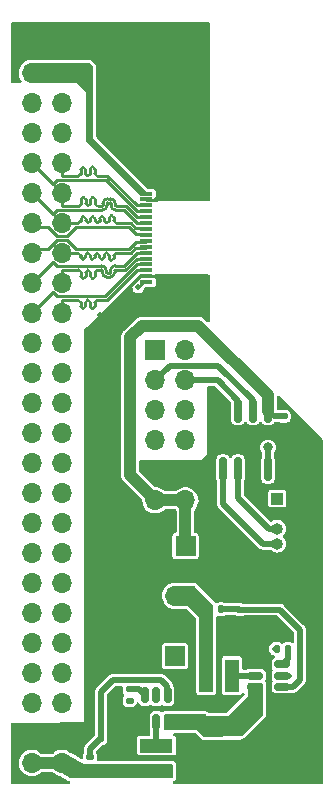
<source format=gbr>
%TF.GenerationSoftware,KiCad,Pcbnew,(6.0.4)*%
%TF.CreationDate,2023-05-23T13:29:09+09:00*%
%TF.ProjectId,BajieHeader,42616a69-6548-4656-9164-65722e6b6963,rev?*%
%TF.SameCoordinates,Original*%
%TF.FileFunction,Copper,L1,Top*%
%TF.FilePolarity,Positive*%
%FSLAX46Y46*%
G04 Gerber Fmt 4.6, Leading zero omitted, Abs format (unit mm)*
G04 Created by KiCad (PCBNEW (6.0.4)) date 2023-05-23 13:29:09*
%MOMM*%
%LPD*%
G01*
G04 APERTURE LIST*
G04 Aperture macros list*
%AMRoundRect*
0 Rectangle with rounded corners*
0 $1 Rounding radius*
0 $2 $3 $4 $5 $6 $7 $8 $9 X,Y pos of 4 corners*
0 Add a 4 corners polygon primitive as box body*
4,1,4,$2,$3,$4,$5,$6,$7,$8,$9,$2,$3,0*
0 Add four circle primitives for the rounded corners*
1,1,$1+$1,$2,$3*
1,1,$1+$1,$4,$5*
1,1,$1+$1,$6,$7*
1,1,$1+$1,$8,$9*
0 Add four rect primitives between the rounded corners*
20,1,$1+$1,$2,$3,$4,$5,0*
20,1,$1+$1,$4,$5,$6,$7,0*
20,1,$1+$1,$6,$7,$8,$9,0*
20,1,$1+$1,$8,$9,$2,$3,0*%
G04 Aperture macros list end*
%TA.AperFunction,ComponentPad*%
%ADD10R,1.700000X1.700000*%
%TD*%
%TA.AperFunction,ComponentPad*%
%ADD11O,1.700000X1.700000*%
%TD*%
%TA.AperFunction,SMDPad,CuDef*%
%ADD12RoundRect,0.135000X-0.135000X-0.185000X0.135000X-0.185000X0.135000X0.185000X-0.135000X0.185000X0*%
%TD*%
%TA.AperFunction,SMDPad,CuDef*%
%ADD13RoundRect,0.140000X0.170000X-0.140000X0.170000X0.140000X-0.170000X0.140000X-0.170000X-0.140000X0*%
%TD*%
%TA.AperFunction,SMDPad,CuDef*%
%ADD14RoundRect,0.150000X-0.512500X-0.150000X0.512500X-0.150000X0.512500X0.150000X-0.512500X0.150000X0*%
%TD*%
%TA.AperFunction,SMDPad,CuDef*%
%ADD15RoundRect,0.150000X0.150000X-0.512500X0.150000X0.512500X-0.150000X0.512500X-0.150000X-0.512500X0*%
%TD*%
%TA.AperFunction,SMDPad,CuDef*%
%ADD16RoundRect,0.140000X-0.140000X-0.170000X0.140000X-0.170000X0.140000X0.170000X-0.140000X0.170000X0*%
%TD*%
%TA.AperFunction,SMDPad,CuDef*%
%ADD17RoundRect,0.225000X-0.250000X0.225000X-0.250000X-0.225000X0.250000X-0.225000X0.250000X0.225000X0*%
%TD*%
%TA.AperFunction,ComponentPad*%
%ADD18R,1.000000X1.000000*%
%TD*%
%TA.AperFunction,ComponentPad*%
%ADD19O,1.000000X1.000000*%
%TD*%
%TA.AperFunction,ConnectorPad*%
%ADD20C,3.500000*%
%TD*%
%TA.AperFunction,ComponentPad*%
%ADD21C,2.600000*%
%TD*%
%TA.AperFunction,SMDPad,CuDef*%
%ADD22RoundRect,0.135000X-0.185000X0.135000X-0.185000X-0.135000X0.185000X-0.135000X0.185000X0.135000X0*%
%TD*%
%TA.AperFunction,SMDPad,CuDef*%
%ADD23RoundRect,0.140000X0.140000X0.170000X-0.140000X0.170000X-0.140000X-0.170000X0.140000X-0.170000X0*%
%TD*%
%TA.AperFunction,SMDPad,CuDef*%
%ADD24RoundRect,0.225000X0.225000X0.250000X-0.225000X0.250000X-0.225000X-0.250000X0.225000X-0.250000X0*%
%TD*%
%TA.AperFunction,SMDPad,CuDef*%
%ADD25R,2.800000X1.175000*%
%TD*%
%TA.AperFunction,SMDPad,CuDef*%
%ADD26RoundRect,0.135000X0.185000X-0.135000X0.185000X0.135000X-0.185000X0.135000X-0.185000X-0.135000X0*%
%TD*%
%TA.AperFunction,SMDPad,CuDef*%
%ADD27R,1.175000X2.800000*%
%TD*%
%TA.AperFunction,SMDPad,CuDef*%
%ADD28RoundRect,0.150000X-0.150000X0.825000X-0.150000X-0.825000X0.150000X-0.825000X0.150000X0.825000X0*%
%TD*%
%TA.AperFunction,SMDPad,CuDef*%
%ADD29R,1.100000X0.300000*%
%TD*%
%TA.AperFunction,SMDPad,CuDef*%
%ADD30R,3.100000X2.300000*%
%TD*%
%TA.AperFunction,ViaPad*%
%ADD31C,0.500000*%
%TD*%
%TA.AperFunction,ViaPad*%
%ADD32C,0.800000*%
%TD*%
%TA.AperFunction,Conductor*%
%ADD33C,0.250000*%
%TD*%
%TA.AperFunction,Conductor*%
%ADD34C,0.500000*%
%TD*%
%TA.AperFunction,Conductor*%
%ADD35C,1.000000*%
%TD*%
%TA.AperFunction,Conductor*%
%ADD36C,0.220000*%
%TD*%
G04 APERTURE END LIST*
D10*
%TO.P,J1,1,Pin_1*%
%TO.N,GND*%
X78735000Y-57155000D03*
D11*
%TO.P,J1,2,Pin_2*%
X81275000Y-57155000D03*
%TO.P,J1,3,Pin_3*%
%TO.N,+2V5*%
X78735000Y-59695000D03*
%TO.P,J1,4,Pin_4*%
X81275000Y-59695000D03*
%TO.P,J1,5,Pin_5*%
%TO.N,/P20*%
X78735000Y-62235000D03*
%TO.P,J1,6,Pin_6*%
%TO.N,/N20*%
X81275000Y-62235000D03*
%TO.P,J1,7,Pin_7*%
%TO.N,/T19*%
X78735000Y-64775000D03*
%TO.P,J1,8,Pin_8*%
%TO.N,/R19*%
X81275000Y-64775000D03*
%TO.P,J1,9,Pin_9*%
%TO.N,/DB1N*%
X78735000Y-67315000D03*
%TO.P,J1,10,Pin_10*%
%TO.N,/DB1P*%
X81275000Y-67315000D03*
%TO.P,J1,11,Pin_11*%
%TO.N,/DB0N*%
X78735000Y-69855000D03*
%TO.P,J1,12,Pin_12*%
%TO.N,/DB0P*%
X81275000Y-69855000D03*
%TO.P,J1,13,Pin_13*%
%TO.N,/FCLKN*%
X78735000Y-72395000D03*
%TO.P,J1,14,Pin_14*%
%TO.N,/FCLKP*%
X81275000Y-72395000D03*
%TO.P,J1,15,Pin_15*%
%TO.N,/DCLKP*%
X78735000Y-74935000D03*
%TO.P,J1,16,Pin_16*%
%TO.N,/DCLKN*%
X81275000Y-74935000D03*
%TO.P,J1,17,Pin_17*%
%TO.N,/DA1P*%
X78735000Y-77475000D03*
%TO.P,J1,18,Pin_18*%
%TO.N,/DA1N*%
X81275000Y-77475000D03*
%TO.P,J1,19,Pin_19*%
%TO.N,/DA0P*%
X78735000Y-80015000D03*
%TO.P,J1,20,Pin_20*%
%TO.N,/DA0N*%
X81275000Y-80015000D03*
%TO.P,J1,21,Pin_21*%
%TO.N,/U18*%
X78735000Y-82555000D03*
%TO.P,J1,22,Pin_22*%
%TO.N,/U19*%
X81275000Y-82555000D03*
%TO.P,J1,23,Pin_23*%
%TO.N,/W18*%
X78735000Y-85095000D03*
%TO.P,J1,24,Pin_24*%
%TO.N,/W19*%
X81275000Y-85095000D03*
%TO.P,J1,25,Pin_25*%
%TO.N,/V17*%
X78735000Y-87635000D03*
%TO.P,J1,26,Pin_26*%
%TO.N,/V18*%
X81275000Y-87635000D03*
%TO.P,J1,27,Pin_27*%
%TO.N,/V16*%
X78735000Y-90175000D03*
%TO.P,J1,28,Pin_28*%
%TO.N,/W16*%
X81275000Y-90175000D03*
%TO.P,J1,29,Pin_29*%
%TO.N,/V15*%
X78735000Y-92715000D03*
%TO.P,J1,30,Pin_30*%
%TO.N,/W15*%
X81275000Y-92715000D03*
%TO.P,J1,31,Pin_31*%
%TO.N,/Y18*%
X78735000Y-95255000D03*
%TO.P,J1,32,Pin_32*%
%TO.N,/Y19*%
X81275000Y-95255000D03*
%TO.P,J1,33,Pin_33*%
%TO.N,/Y16*%
X78735000Y-97795000D03*
%TO.P,J1,34,Pin_34*%
%TO.N,/Y17*%
X81275000Y-97795000D03*
%TO.P,J1,35,Pin_35*%
%TO.N,/W14*%
X78735000Y-100335000D03*
%TO.P,J1,36,Pin_36*%
%TO.N,/Y14*%
X81275000Y-100335000D03*
%TO.P,J1,37,Pin_37*%
%TO.N,/T14*%
X78735000Y-102875000D03*
%TO.P,J1,38,Pin_38*%
%TO.N,/T15*%
X81275000Y-102875000D03*
%TO.P,J1,39,Pin_39*%
%TO.N,/P14*%
X78735000Y-105415000D03*
%TO.P,J1,40,Pin_40*%
%TO.N,/U14*%
X81275000Y-105415000D03*
%TO.P,J1,41,Pin_41*%
%TO.N,/V12*%
X78735000Y-107955000D03*
%TO.P,J1,42,Pin_42*%
%TO.N,/W13*%
X81275000Y-107955000D03*
%TO.P,J1,43,Pin_43*%
%TO.N,/T12*%
X78735000Y-110495000D03*
%TO.P,J1,44,Pin_44*%
%TO.N,/U12*%
X81275000Y-110495000D03*
%TO.P,J1,45,Pin_45*%
%TO.N,/T10*%
X78735000Y-113035000D03*
%TO.P,J1,46,Pin_46*%
%TO.N,/T11*%
X81275000Y-113035000D03*
%TO.P,J1,47,Pin_47*%
%TO.N,GND*%
X78735000Y-115575000D03*
%TO.P,J1,48,Pin_48*%
X81275000Y-115575000D03*
%TO.P,J1,49,Pin_49*%
%TO.N,+5V*%
X78735000Y-118115000D03*
%TO.P,J1,50,Pin_50*%
X81275000Y-118115000D03*
%TD*%
D12*
%TO.P,R3,1*%
%TO.N,+3V8*%
X93698601Y-105105200D03*
%TO.P,R3,2*%
%TO.N,Net-(R3-Pad2)*%
X94718601Y-105105200D03*
%TD*%
D13*
%TO.P,C6,1*%
%TO.N,Net-(C6-Pad1)*%
X87020401Y-112851599D03*
%TO.P,C6,2*%
%TO.N,Net-(C6-Pad2)*%
X87020401Y-111891599D03*
%TD*%
D14*
%TO.P,U2,1,GND*%
%TO.N,GND*%
X97668500Y-109768600D03*
%TO.P,U2,2,SW*%
%TO.N,Net-(C7-Pad1)*%
X97668500Y-110718600D03*
%TO.P,U2,3,VIN*%
%TO.N,+12V*%
X97668500Y-111668600D03*
%TO.P,U2,4,FB*%
%TO.N,Net-(R3-Pad2)*%
X99943500Y-111668600D03*
%TO.P,U2,5,~{SHDN}*%
%TO.N,+12V*%
X99943500Y-110718600D03*
%TO.P,U2,6,CB*%
%TO.N,Net-(C7-Pad2)*%
X99943500Y-109768600D03*
%TD*%
D15*
%TO.P,U1,1,GND*%
%TO.N,GND*%
X88331000Y-114652100D03*
%TO.P,U1,2,SW*%
%TO.N,Net-(C6-Pad1)*%
X89281000Y-114652100D03*
%TO.P,U1,3,VIN*%
%TO.N,+12V*%
X90231000Y-114652100D03*
%TO.P,U1,4,FB*%
%TO.N,Net-(R1-Pad2)*%
X90231000Y-112377100D03*
%TO.P,U1,5,~{SHDN}*%
%TO.N,+12V*%
X89281000Y-112377100D03*
%TO.P,U1,6,CB*%
%TO.N,Net-(C6-Pad2)*%
X88331000Y-112377100D03*
%TD*%
D16*
%TO.P,C7,1*%
%TO.N,Net-(C7-Pad1)*%
X99469000Y-108458000D03*
%TO.P,C7,2*%
%TO.N,Net-(C7-Pad2)*%
X100429000Y-108458000D03*
%TD*%
D10*
%TO.P,J7,1,Pin_1*%
%TO.N,+12V*%
X90855800Y-109067600D03*
D11*
%TO.P,J7,2,Pin_2*%
%TO.N,GND*%
X90855800Y-106527600D03*
%TO.P,J7,3,Pin_3*%
%TO.N,+3V8*%
X90855800Y-103987600D03*
%TD*%
D17*
%TO.P,C4,1*%
%TO.N,GND*%
X91795600Y-113093200D03*
%TO.P,C4,2*%
%TO.N,+12V*%
X91795600Y-114643200D03*
%TD*%
D18*
%TO.P,J6,1,Pin_1*%
%TO.N,Net-(F1-Pad2)*%
X99517200Y-95732600D03*
D19*
%TO.P,J6,2,Pin_2*%
%TO.N,GND*%
X99517200Y-97002600D03*
%TO.P,J6,3,Pin_3*%
%TO.N,Net-(J6-Pad3)*%
X99517200Y-98272600D03*
%TO.P,J6,4,Pin_4*%
%TO.N,Net-(J6-Pad4)*%
X99517200Y-99542600D03*
%TD*%
D20*
%TO.P,H2,1,1*%
%TO.N,GND*%
X99771200Y-117221000D03*
D21*
X99771200Y-117221000D03*
%TD*%
D22*
%TO.P,R4,1*%
%TO.N,Net-(R3-Pad2)*%
X96316800Y-105128600D03*
%TO.P,R4,2*%
%TO.N,GND*%
X96316800Y-106148600D03*
%TD*%
D10*
%TO.P,J3,1,Pin_1*%
%TO.N,/F19*%
X89199800Y-83185000D03*
D11*
%TO.P,J3,2,Pin_2*%
%TO.N,/F20*%
X91739800Y-83185000D03*
%TO.P,J3,3,Pin_3*%
%TO.N,/CAN_R*%
X89199800Y-85725000D03*
%TO.P,J3,4,Pin_4*%
%TO.N,/CAN_T*%
X91739800Y-85725000D03*
%TO.P,J3,5,Pin_5*%
%TO.N,/H18*%
X89199800Y-88265000D03*
%TO.P,J3,6,Pin_6*%
%TO.N,/H20*%
X91739800Y-88265000D03*
%TO.P,J3,7,Pin_7*%
%TO.N,/J19*%
X89199800Y-90805000D03*
%TO.P,J3,8,Pin_8*%
%TO.N,/J20*%
X91739800Y-90805000D03*
%TO.P,J3,9,Pin_9*%
%TO.N,GND*%
X89199800Y-93345000D03*
%TO.P,J3,10,Pin_10*%
X91739800Y-93345000D03*
%TO.P,J3,11,Pin_11*%
%TO.N,+3V3*%
X89199800Y-95885000D03*
%TO.P,J3,12,Pin_12*%
X91739800Y-95885000D03*
%TD*%
D17*
%TO.P,C11,1*%
%TO.N,GND*%
X84963001Y-117260799D03*
%TO.P,C11,2*%
%TO.N,+5V*%
X84963001Y-118810799D03*
%TD*%
D12*
%TO.P,R2,1*%
%TO.N,Net-(R1-Pad2)*%
X84580000Y-116001800D03*
%TO.P,R2,2*%
%TO.N,GND*%
X85600000Y-116001800D03*
%TD*%
D13*
%TO.P,C8,1*%
%TO.N,GND*%
X100076000Y-89735600D03*
%TO.P,C8,2*%
%TO.N,+3V3*%
X100076000Y-88775600D03*
%TD*%
D20*
%TO.P,H1,1,1*%
%TO.N,GND*%
X89433400Y-58902600D03*
D21*
X89433400Y-58902600D03*
%TD*%
D23*
%TO.P,C14,2*%
%TO.N,+2V5*%
X83644800Y-59410600D03*
%TO.P,C14,1*%
%TO.N,GND*%
X84604800Y-59410600D03*
%TD*%
D10*
%TO.P,J5,1,Pin_1*%
%TO.N,+3V3*%
X91744800Y-99745800D03*
D11*
%TO.P,J5,2,Pin_2*%
%TO.N,GND*%
X89204800Y-99745800D03*
%TD*%
D24*
%TO.P,C5,1*%
%TO.N,GND*%
X99403200Y-113258600D03*
%TO.P,C5,2*%
%TO.N,+12V*%
X97853200Y-113258600D03*
%TD*%
D25*
%TO.P,L1,1,1*%
%TO.N,Net-(C6-Pad1)*%
X89281000Y-116643500D03*
%TO.P,L1,2,2*%
%TO.N,+5V*%
X89281000Y-118818500D03*
%TD*%
D24*
%TO.P,C12,1*%
%TO.N,GND*%
X95059801Y-106400599D03*
%TO.P,C12,2*%
%TO.N,+3V8*%
X93509801Y-106400599D03*
%TD*%
%TO.P,C10,1*%
%TO.N,GND*%
X95059801Y-107950000D03*
%TO.P,C10,2*%
%TO.N,+3V8*%
X93509801Y-107950000D03*
%TD*%
D26*
%TO.P,R1,1*%
%TO.N,+5V*%
X83667600Y-118621999D03*
%TO.P,R1,2*%
%TO.N,Net-(R1-Pad2)*%
X83667600Y-117601999D03*
%TD*%
D17*
%TO.P,C9,1*%
%TO.N,GND*%
X86512400Y-117260799D03*
%TO.P,C9,2*%
%TO.N,+5V*%
X86512400Y-118810799D03*
%TD*%
D10*
%TO.P,J4,1,Pin_1*%
%TO.N,+12V*%
X94462600Y-115011200D03*
D11*
%TO.P,J4,2,Pin_2*%
%TO.N,GND*%
X94462600Y-117551200D03*
%TD*%
D27*
%TO.P,L2,1,1*%
%TO.N,Net-(C7-Pad1)*%
X95677100Y-110718600D03*
%TO.P,L2,2,2*%
%TO.N,+3V8*%
X93502100Y-110718600D03*
%TD*%
D28*
%TO.P,U3,1,VCC1*%
%TO.N,+3V3*%
X98729800Y-88279200D03*
%TO.P,U3,2,RXD*%
%TO.N,/CAN_R*%
X97459800Y-88279200D03*
%TO.P,U3,3,TXD*%
%TO.N,/CAN_T*%
X96189800Y-88279200D03*
%TO.P,U3,4,GND1*%
%TO.N,GND*%
X94919800Y-88279200D03*
%TO.P,U3,5,CANL*%
%TO.N,Net-(J6-Pad4)*%
X94919800Y-93229200D03*
%TO.P,U3,6,CANH*%
%TO.N,Net-(J6-Pad3)*%
X96189800Y-93229200D03*
%TO.P,U3,7,GND2*%
%TO.N,GND*%
X97459800Y-93229200D03*
%TO.P,U3,8,VCC2*%
%TO.N,+5V*%
X98729800Y-93229200D03*
%TD*%
D29*
%TO.P,J2,1,Pin_1*%
%TO.N,/R19*%
X88439000Y-77410000D03*
%TO.P,J2,2,Pin_2*%
%TO.N,GND*%
X88439000Y-76910000D03*
%TO.P,J2,3,Pin_3*%
%TO.N,/DA0N*%
X88439000Y-76410000D03*
%TO.P,J2,4,Pin_4*%
%TO.N,/DA0P*%
X88439000Y-75910000D03*
%TO.P,J2,5,Pin_5*%
%TO.N,/DA1N*%
X88439000Y-75410000D03*
%TO.P,J2,6,Pin_6*%
%TO.N,/DA1P*%
X88439000Y-74910000D03*
%TO.P,J2,7,Pin_7*%
%TO.N,/DCLKN*%
X88439000Y-74410000D03*
%TO.P,J2,8,Pin_8*%
%TO.N,/DCLKP*%
X88439000Y-73910000D03*
%TO.P,J2,9,Pin_9*%
%TO.N,/FCLKN*%
X88439000Y-73410000D03*
%TO.P,J2,10,Pin_10*%
%TO.N,/FCLKP*%
X88439000Y-72910000D03*
%TO.P,J2,11,Pin_11*%
%TO.N,/DB0N*%
X88439000Y-72410000D03*
%TO.P,J2,12,Pin_12*%
%TO.N,/DB0P*%
X88439000Y-71910000D03*
%TO.P,J2,13,Pin_13*%
%TO.N,/DB1N*%
X88439000Y-71410000D03*
%TO.P,J2,14,Pin_14*%
%TO.N,/DB1P*%
X88439000Y-70910000D03*
%TO.P,J2,15,Pin_15*%
%TO.N,GND*%
X88439000Y-70410000D03*
%TO.P,J2,16,Pin_16*%
%TO.N,+2V5*%
X88439000Y-69910000D03*
D30*
%TO.P,J2,MP,MountPin*%
%TO.N,GND*%
X90139000Y-79080000D03*
X90139000Y-68240000D03*
%TD*%
D31*
%TO.N,GND*%
X91262200Y-115849400D03*
X92964000Y-102870000D03*
X89484200Y-102870000D03*
X97459800Y-92532200D03*
X84505800Y-80213200D03*
X94615000Y-87757000D03*
X96951800Y-90322400D03*
X97434400Y-94386400D03*
X95783400Y-107238800D03*
X91871800Y-117373400D03*
X100126800Y-114020600D03*
X87604600Y-115468400D03*
X85902800Y-116001800D03*
X85902800Y-110337600D03*
X85902800Y-111912400D03*
D32*
%TO.N,+5V*%
X98729800Y-91389200D03*
D31*
%TO.N,GND*%
X88646000Y-69240400D03*
X84455000Y-65049400D03*
X83362800Y-81483200D03*
X93548200Y-70281800D03*
X91694000Y-69392800D03*
X89433400Y-70307200D03*
X85191600Y-117246400D03*
X95072200Y-106400600D03*
X91694000Y-80086200D03*
X95072200Y-108102400D03*
X88595200Y-67081400D03*
X86512400Y-117246400D03*
X96951800Y-108915200D03*
X100076000Y-89738200D03*
X91795600Y-112090200D03*
X91694000Y-67081400D03*
X89433400Y-77012800D03*
X96316800Y-106146600D03*
X88595200Y-78562200D03*
X99415600Y-113258600D03*
X91694000Y-77927200D03*
X88341200Y-113614200D03*
X93548200Y-77012800D03*
X98602800Y-109778800D03*
X86461600Y-114376200D03*
X88595200Y-80086200D03*
%TO.N,/R19*%
X87757000Y-77851000D03*
%TO.N,Net-(C6-Pad1)*%
X87020401Y-112854199D03*
X89281000Y-116075299D03*
%TO.N,Net-(C7-Pad1)*%
X96240600Y-110718600D03*
X99314000Y-108458000D03*
%TO.N,+12V*%
X89281000Y-111937800D03*
X100507800Y-110718600D03*
X97663000Y-112318800D03*
%TD*%
D33*
%TO.N,GND*%
X87884000Y-76885800D02*
X88414800Y-76885800D01*
X83362800Y-81483200D02*
X83362800Y-81407000D01*
X83362800Y-81407000D02*
X87884000Y-76885800D01*
X88414800Y-76885800D02*
X88439000Y-76910000D01*
%TO.N,/R19*%
X87757000Y-77851000D02*
X88198000Y-77410000D01*
X88198000Y-77410000D02*
X88439000Y-77410000D01*
D34*
%TO.N,+3V3*%
X99226200Y-88775600D02*
X98729800Y-88279200D01*
X100076000Y-88775600D02*
X99226200Y-88775600D01*
%TO.N,Net-(R1-Pad2)*%
X90195400Y-112341500D02*
X90231000Y-112377100D01*
X89662000Y-111099600D02*
X90195400Y-111633000D01*
X90195400Y-111633000D02*
X90195400Y-112341500D01*
X84580000Y-112143000D02*
X85623400Y-111099600D01*
X84580000Y-116001800D02*
X84580000Y-112143000D01*
X85623400Y-111099600D02*
X89662000Y-111099600D01*
%TO.N,+12V*%
X89281000Y-111937800D02*
X89281000Y-112371600D01*
%TO.N,Net-(R3-Pad2)*%
X100857900Y-111668601D02*
X99943500Y-111668600D01*
X101422200Y-111104301D02*
X100857900Y-111668601D01*
X99718400Y-105128600D02*
X101422200Y-106832400D01*
X101422200Y-106832400D02*
X101422200Y-111104301D01*
X96293400Y-105105200D02*
X96316800Y-105128601D01*
X96316800Y-105128601D02*
X99718400Y-105128600D01*
X94718600Y-105105200D02*
X96293400Y-105105200D01*
%TO.N,+12V*%
X100507800Y-110718600D02*
X99943500Y-110718600D01*
%TO.N,+5V*%
X98729800Y-91389200D02*
X98729800Y-93229200D01*
D35*
%TO.N,+3V3*%
X98729800Y-86995000D02*
X98729800Y-88279200D01*
X88036400Y-81102200D02*
X92837000Y-81102200D01*
X92837000Y-81102200D02*
X98729800Y-86995000D01*
X87045800Y-82092800D02*
X88036400Y-81102200D01*
X87045800Y-93731000D02*
X87045800Y-82092800D01*
X89199800Y-95885000D02*
X87045800Y-93731000D01*
D36*
%TO.N,/DCLKN*%
X88316244Y-74523489D02*
X88429733Y-74410000D01*
X87098945Y-74935000D02*
X87510456Y-74523489D01*
X85656600Y-75392942D02*
X85656600Y-75135000D01*
X84856600Y-75292942D02*
X84856600Y-75135000D01*
X84456600Y-75135000D02*
X84456600Y-75292942D01*
X84056600Y-75292942D02*
X84056600Y-75135000D01*
X85256600Y-75135000D02*
X85256600Y-75392942D01*
X83656600Y-75135000D02*
X83656600Y-75292942D01*
X82856600Y-75135000D02*
X82856600Y-75292942D01*
X81275000Y-74935000D02*
X82656600Y-74935000D01*
X85856600Y-74935000D02*
G75*
G03*
X85656600Y-75135000I0J-200000D01*
G01*
X85456600Y-75592900D02*
G75*
G02*
X85256600Y-75392942I0J200000D01*
G01*
X85256600Y-75135000D02*
G75*
G03*
X85056600Y-74935000I-200000J0D01*
G01*
X85056600Y-74935000D02*
G75*
G03*
X84856600Y-75135000I0J-200000D01*
G01*
X84856642Y-75292942D02*
G75*
G02*
X84656600Y-75492942I-200042J42D01*
G01*
X84656600Y-75492900D02*
G75*
G02*
X84456600Y-75292942I0J200000D01*
G01*
X85856600Y-74935000D02*
X86706600Y-74935000D01*
X84456600Y-75135000D02*
G75*
G03*
X84256600Y-74935000I-200000J0D01*
G01*
X83656600Y-75135000D02*
G75*
G03*
X83456600Y-74935000I-200000J0D01*
G01*
X88429733Y-74410000D02*
X88439000Y-74410000D01*
X83456600Y-74935000D02*
G75*
G03*
X83256600Y-75135000I0J-200000D01*
G01*
X84256600Y-74935000D02*
G75*
G03*
X84056600Y-75135000I0J-200000D01*
G01*
X85656642Y-75392942D02*
G75*
G02*
X85456600Y-75592942I-200042J42D01*
G01*
X86706600Y-74935000D02*
X87098945Y-74935000D01*
X83256642Y-75292942D02*
G75*
G02*
X83056600Y-75492942I-200042J42D01*
G01*
X83056600Y-75492900D02*
G75*
G02*
X82856600Y-75292942I0J200000D01*
G01*
X82856600Y-75135000D02*
G75*
G03*
X82656600Y-74935000I-200000J0D01*
G01*
X83856600Y-75492900D02*
G75*
G02*
X83656600Y-75292942I0J200000D01*
G01*
X87510456Y-74523489D02*
X88316244Y-74523489D01*
X84056642Y-75292942D02*
G75*
G02*
X83856600Y-75492942I-200042J42D01*
G01*
X83256600Y-75292942D02*
X83256600Y-75135000D01*
%TO.N,/FCLKP*%
X87510456Y-72796511D02*
X88316244Y-72796511D01*
X87108945Y-72395000D02*
X87510456Y-72796511D01*
X86732000Y-72395000D02*
X87108945Y-72395000D01*
X85682000Y-71937058D02*
X85682000Y-72195000D01*
X85282000Y-72195000D02*
X85282000Y-71937058D01*
X84482000Y-72195000D02*
X84482000Y-72037058D01*
X84082000Y-72037058D02*
X84082000Y-72195000D01*
X83682000Y-72195000D02*
X83682000Y-72037058D01*
X83282000Y-72037058D02*
X83282000Y-72195000D01*
X82882000Y-72195000D02*
X82882000Y-72037058D01*
X85882000Y-72395000D02*
X86732000Y-72395000D01*
X88316244Y-72796511D02*
X88429733Y-72910000D01*
X81275000Y-72395000D02*
X82682000Y-72395000D01*
X85882000Y-72395000D02*
G75*
G02*
X85682000Y-72195000I0J200000D01*
G01*
X85482000Y-71737100D02*
G75*
G03*
X85282000Y-71937058I0J-200000D01*
G01*
X85282000Y-72195000D02*
G75*
G02*
X85082000Y-72395000I-200000J0D01*
G01*
X84882000Y-72037058D02*
X84882000Y-72195000D01*
X85082000Y-72395000D02*
G75*
G02*
X84882000Y-72195000I0J200000D01*
G01*
X84882042Y-72037058D02*
G75*
G03*
X84682000Y-71837058I-200042J-42D01*
G01*
X84682000Y-71837100D02*
G75*
G03*
X84482000Y-72037058I0J-200000D01*
G01*
X88429733Y-72910000D02*
X88439000Y-72910000D01*
X84482000Y-72195000D02*
G75*
G02*
X84282000Y-72395000I-200000J0D01*
G01*
X85682042Y-71937058D02*
G75*
G03*
X85482000Y-71737058I-200042J-42D01*
G01*
X83682000Y-72195000D02*
G75*
G02*
X83482000Y-72395000I-200000J0D01*
G01*
X83482000Y-72395000D02*
G75*
G02*
X83282000Y-72195000I0J200000D01*
G01*
X83082000Y-71837100D02*
G75*
G03*
X82882000Y-72037058I0J-200000D01*
G01*
X83282042Y-72037058D02*
G75*
G03*
X83082000Y-71837058I-200042J-42D01*
G01*
X82882000Y-72195000D02*
G75*
G02*
X82682000Y-72395000I-200000J0D01*
G01*
X83882000Y-71837100D02*
G75*
G03*
X83682000Y-72037058I0J-200000D01*
G01*
X84082042Y-72037058D02*
G75*
G03*
X83882000Y-71837058I-200042J-42D01*
G01*
X84282000Y-72395000D02*
G75*
G02*
X84082000Y-72195000I0J200000D01*
G01*
%TO.N,/DB1P*%
X87613999Y-70910000D02*
X88439000Y-70910000D01*
X85125497Y-68421498D02*
X87613999Y-70910000D01*
X84320898Y-68421498D02*
X85125497Y-68421498D01*
X84270898Y-68421498D02*
X84320898Y-68421498D01*
X84070898Y-67859178D02*
X84070898Y-68221498D01*
X83670898Y-68221498D02*
X83670898Y-67859178D01*
X83270898Y-67859178D02*
X83270898Y-68221498D01*
X82870898Y-68221498D02*
X82870898Y-67859178D01*
X81275000Y-67315000D02*
X81275000Y-68421498D01*
X84270898Y-68421502D02*
G75*
G02*
X84070898Y-68221498I2J200002D01*
G01*
X83470898Y-68421502D02*
G75*
G02*
X83270898Y-68221498I2J200002D01*
G01*
X83270922Y-67859178D02*
G75*
G03*
X83070898Y-67659178I-200022J-22D01*
G01*
X83070898Y-67659198D02*
G75*
G03*
X82870898Y-67859178I2J-200002D01*
G01*
X83670898Y-68221498D02*
G75*
G02*
X83470898Y-68421498I-199998J-2D01*
G01*
X84070922Y-67859178D02*
G75*
G03*
X83870898Y-67659178I-200022J-22D01*
G01*
X81275000Y-68421498D02*
X82670898Y-68421498D01*
X82870898Y-68221498D02*
G75*
G02*
X82670898Y-68421498I-199998J-2D01*
G01*
X83870898Y-67659198D02*
G75*
G03*
X83670898Y-67859178I2J-200002D01*
G01*
%TO.N,/DA0N*%
X85115497Y-78908502D02*
X87613999Y-76410000D01*
X84317702Y-78908502D02*
X85115497Y-78908502D01*
X84267702Y-78908502D02*
X84317702Y-78908502D01*
X84067702Y-79470828D02*
X84067702Y-79108502D01*
X83667702Y-79108502D02*
X83667702Y-79470828D01*
X83267702Y-79470828D02*
X83267702Y-79108502D01*
X82867702Y-79108502D02*
X82867702Y-79470828D01*
X81275000Y-78908502D02*
X82667702Y-78908502D01*
X81275000Y-80015000D02*
X81275000Y-78908502D01*
X84267702Y-78908502D02*
G75*
G03*
X84067702Y-79108502I-2J-199998D01*
G01*
X83667698Y-79108502D02*
G75*
G03*
X83467702Y-78908502I-199998J2D01*
G01*
X87613999Y-76410000D02*
X88439000Y-76410000D01*
X83867702Y-79670798D02*
G75*
G02*
X83667702Y-79470828I-2J199998D01*
G01*
X83267728Y-79470828D02*
G75*
G02*
X83067702Y-79670828I-200028J28D01*
G01*
X83067702Y-79670798D02*
G75*
G02*
X82867702Y-79470828I-2J199998D01*
G01*
X83467702Y-78908502D02*
G75*
G03*
X83267702Y-79108502I-2J-199998D01*
G01*
X82867698Y-79108502D02*
G75*
G03*
X82667702Y-78908502I-199998J2D01*
G01*
X84067728Y-79470828D02*
G75*
G02*
X83867702Y-79670828I-200028J28D01*
G01*
%TO.N,/DA1N*%
X86655497Y-76368502D02*
X87613999Y-75410000D01*
X85785098Y-76368501D02*
X86655497Y-76368502D01*
X85736435Y-76590660D02*
X85736435Y-76417164D01*
X85206677Y-76986313D02*
X85340782Y-76986313D01*
X85091108Y-76986313D02*
X85206677Y-76986313D01*
X87613999Y-75410000D02*
X88439000Y-75410000D01*
X84695455Y-76417164D02*
X84695455Y-76590660D01*
X84293100Y-76368501D02*
X84646792Y-76368501D01*
X84293099Y-76368498D02*
X84293100Y-76368501D01*
X84093100Y-76930823D02*
X84093099Y-76568499D01*
X83693100Y-76568501D02*
X83693101Y-76568501D01*
X83293101Y-76930823D02*
X83293100Y-76568499D01*
X82893102Y-76568501D02*
X82893102Y-76930824D01*
X82893101Y-76568501D02*
X82893102Y-76568501D01*
X81275000Y-76368502D02*
X82693102Y-76368502D01*
X81275000Y-77475000D02*
X81275000Y-76368502D01*
X85785098Y-76368535D02*
G75*
G03*
X85736435Y-76417164I2J-48665D01*
G01*
X85736413Y-76590660D02*
G75*
G02*
X85340782Y-76986313I-395613J-40D01*
G01*
X84293098Y-76368498D02*
X84293099Y-76368498D01*
X85091108Y-76986345D02*
G75*
G02*
X84695455Y-76590660I-8J395645D01*
G01*
X84695499Y-76417164D02*
G75*
G03*
X84646792Y-76368501I-48699J-36D01*
G01*
X83493099Y-76368498D02*
X83493100Y-76368498D01*
X84093124Y-76930823D02*
G75*
G02*
X83893101Y-77130824I-200024J23D01*
G01*
X83893101Y-77130799D02*
G75*
G02*
X83693101Y-76930824I-1J199999D01*
G01*
X83693101Y-76568501D02*
X83693101Y-76930824D01*
X83693098Y-76568501D02*
G75*
G03*
X83493101Y-76368502I-199998J1D01*
G01*
X84293098Y-76368499D02*
G75*
G03*
X84093099Y-76568499I2J-200001D01*
G01*
X83493099Y-76368500D02*
G75*
G03*
X83293100Y-76568499I1J-200000D01*
G01*
X83493100Y-76368498D02*
X83493101Y-76368502D01*
X83293124Y-76930823D02*
G75*
G02*
X83093102Y-77130824I-200024J23D01*
G01*
X83093102Y-77130798D02*
G75*
G02*
X82893102Y-76930824I-2J199998D01*
G01*
X82893098Y-76568501D02*
G75*
G03*
X82693102Y-76368502I-199998J1D01*
G01*
%TO.N,/DB0P*%
X87613999Y-71910000D02*
X88439000Y-71910000D01*
X86665497Y-70961498D02*
X87613999Y-71910000D01*
X85841311Y-70961498D02*
X86665497Y-70961498D01*
X85147321Y-70341635D02*
X85394943Y-70341635D01*
X84296298Y-70961498D02*
X84346298Y-70961498D01*
X84096298Y-70399177D02*
X84096298Y-70761498D01*
X83696298Y-70761498D02*
X83696298Y-70399177D01*
X83296298Y-70399177D02*
X83296298Y-70761498D01*
X82896298Y-70761498D02*
X82896298Y-70399177D01*
X81275000Y-69855000D02*
X81275000Y-70961498D01*
X85841311Y-70961478D02*
G75*
G02*
X85791622Y-70911809I-11J49678D01*
G01*
X81275000Y-70961498D02*
X82696298Y-70961498D01*
X85791565Y-70738314D02*
G75*
G03*
X85394943Y-70341635I-396665J14D01*
G01*
X85147321Y-70341642D02*
G75*
G03*
X84750642Y-70738314I-21J-396658D01*
G01*
X84750698Y-70911809D02*
G75*
G02*
X84700953Y-70961498I-49698J9D01*
G01*
X83696298Y-70761498D02*
G75*
G02*
X83496298Y-70961498I-199998J-2D01*
G01*
X83496298Y-70961502D02*
G75*
G02*
X83296298Y-70761498I2J200002D01*
G01*
X84750642Y-70848917D02*
X84750642Y-70738314D01*
X84096323Y-70399177D02*
G75*
G03*
X83896298Y-70199177I-200023J-23D01*
G01*
X83296323Y-70399177D02*
G75*
G03*
X83096298Y-70199177I-200023J-23D01*
G01*
X83096298Y-70199198D02*
G75*
G03*
X82896298Y-70399177I2J-200002D01*
G01*
X85791622Y-70738314D02*
X85791622Y-70911809D01*
X82896298Y-70761498D02*
G75*
G02*
X82696298Y-70961498I-199998J-2D01*
G01*
X83896298Y-70199198D02*
G75*
G03*
X83696298Y-70399177I2J-200002D01*
G01*
X84750642Y-70911809D02*
X84750642Y-70848917D01*
X84296298Y-70961502D02*
G75*
G02*
X84096298Y-70761498I2J200002D01*
G01*
X84346298Y-70961498D02*
X84700953Y-70961498D01*
%TO.N,/DCLKP*%
X88439000Y-73910000D02*
X88325511Y-74023489D01*
X81725049Y-73848489D02*
X80824951Y-73848489D01*
X88325511Y-74023489D02*
X87519736Y-74023489D01*
X80824951Y-73848489D02*
X80085440Y-74588000D01*
X87519736Y-74023489D02*
X86955225Y-74588000D01*
X86955225Y-74588000D02*
X82464560Y-74588000D01*
X82464560Y-74588000D02*
X81725049Y-73848489D01*
X80085440Y-74588000D02*
X79082000Y-74588000D01*
X79082000Y-74588000D02*
X78735000Y-74935000D01*
%TO.N,/FCLKN*%
X86965225Y-72742000D02*
X82464560Y-72742000D01*
X87519736Y-73296511D02*
X86965225Y-72742000D01*
X88439000Y-73410000D02*
X88325511Y-73296511D01*
X88325511Y-73296511D02*
X87519736Y-73296511D01*
X82464560Y-72742000D02*
X81725049Y-73481511D01*
X81725049Y-73481511D02*
X80824951Y-73481511D01*
X80824951Y-73481511D02*
X80085440Y-72742000D01*
X80085440Y-72742000D02*
X79082000Y-72742000D01*
X79082000Y-72742000D02*
X78735000Y-72395000D01*
%TO.N,/DA1P*%
X80506720Y-75703280D02*
X78735000Y-77475000D01*
X80824951Y-76021511D02*
X80506720Y-75703280D01*
X84397118Y-76021511D02*
X80824951Y-76021511D01*
X84646792Y-76021511D02*
X84397118Y-76021511D01*
X85042445Y-76590660D02*
X85042445Y-76417164D01*
X85340782Y-76639323D02*
X85091108Y-76639323D01*
X88439000Y-74910000D02*
X87613999Y-74910000D01*
X84646792Y-76021555D02*
G75*
G02*
X85042445Y-76417164I8J-395645D01*
G01*
X85042477Y-76590660D02*
G75*
G03*
X85091108Y-76639323I48623J-40D01*
G01*
X85340782Y-76639345D02*
G75*
G03*
X85389445Y-76590660I18J48645D01*
G01*
X87613999Y-74910000D02*
X86502488Y-76021511D01*
X85389445Y-76417164D02*
X85389445Y-76590660D01*
X85389411Y-76417164D02*
G75*
G02*
X85785098Y-76021511I395689J-36D01*
G01*
X86502488Y-76021511D02*
X85785098Y-76021511D01*
%TO.N,/DB0N*%
X80824951Y-71308489D02*
X80506720Y-71626720D01*
X84453331Y-71308488D02*
X83819265Y-71308489D01*
X84700953Y-71308488D02*
X84453331Y-71308488D01*
X85394943Y-70688625D02*
X85147321Y-70688625D01*
X85444632Y-70911809D02*
X85444632Y-70738314D01*
X86512488Y-71308489D02*
X85841311Y-71308488D01*
X88439000Y-72410000D02*
X87613999Y-72410000D01*
X84700953Y-71308432D02*
G75*
G03*
X85097632Y-70911809I47J396632D01*
G01*
X85097625Y-70738314D02*
G75*
G02*
X85147321Y-70688625I49675J14D01*
G01*
X85394943Y-70688568D02*
G75*
G02*
X85444632Y-70738314I-43J-49732D01*
G01*
X85444612Y-70911809D02*
G75*
G03*
X85841311Y-71308488I396688J9D01*
G01*
X85097632Y-70738314D02*
X85097632Y-70911809D01*
X87613999Y-72410000D02*
X86512488Y-71308489D01*
X80506720Y-71626720D02*
X78735000Y-69855000D01*
X83819265Y-71308489D02*
X80824951Y-71308489D01*
%TO.N,/DB1N*%
X80506720Y-69086720D02*
X78735000Y-67315000D01*
X80824951Y-68768489D02*
X80506720Y-69086720D01*
X84972488Y-68768489D02*
X80824951Y-68768489D01*
X88439000Y-71410000D02*
X87613999Y-71410000D01*
X87613999Y-71410000D02*
X84972488Y-68768489D01*
%TO.N,/DA0P*%
X80506720Y-78243280D02*
X78735000Y-80015000D01*
X84962488Y-78561511D02*
X80824951Y-78561511D01*
X80824951Y-78561511D02*
X80506720Y-78243280D01*
X87613999Y-75910000D02*
X84962488Y-78561511D01*
X88439000Y-75910000D02*
X87613999Y-75910000D01*
D33*
%TO.N,GND*%
X89306400Y-76885800D02*
X88463200Y-76885800D01*
X89433400Y-77012800D02*
X89306400Y-76885800D01*
X89306400Y-70434200D02*
X88463200Y-70434200D01*
X88463200Y-70434200D02*
X88439000Y-70410000D01*
X88463200Y-76885800D02*
X88439000Y-76910000D01*
X89433400Y-70307200D02*
X89306400Y-70434200D01*
D35*
%TO.N,+2V5*%
X81275000Y-59695000D02*
X78735000Y-59695000D01*
%TO.N,+5V*%
X81275000Y-118115000D02*
X78735000Y-118115000D01*
D34*
%TO.N,Net-(C6-Pad1)*%
X89281000Y-116643499D02*
X89281000Y-116075299D01*
X89281000Y-114652100D02*
X89281000Y-116075299D01*
X87020401Y-112854199D02*
X87020401Y-112851599D01*
%TO.N,Net-(C6-Pad2)*%
X87020401Y-111891599D02*
X87845499Y-111891599D01*
X87845499Y-111891599D02*
X88331000Y-112377100D01*
%TO.N,Net-(C7-Pad1)*%
X95677101Y-110718600D02*
X96240600Y-110718600D01*
X97668500Y-110718600D02*
X96240600Y-110718600D01*
X99469001Y-108458000D02*
X99314000Y-108458000D01*
%TO.N,Net-(C7-Pad2)*%
X100429000Y-109283100D02*
X99943500Y-109768600D01*
X100429001Y-108457999D02*
X100429000Y-109283100D01*
D35*
%TO.N,+3V3*%
X91739800Y-99740800D02*
X91744800Y-99745800D01*
X91739800Y-95885000D02*
X89199800Y-95885000D01*
X91739800Y-95885000D02*
X91739800Y-99740800D01*
D34*
%TO.N,/CAN_R*%
X97459800Y-87426800D02*
X94531489Y-84498489D01*
X97459800Y-88279200D02*
X97459800Y-87426800D01*
X94531489Y-84498489D02*
X90426311Y-84498489D01*
X90426311Y-84498489D02*
X89199800Y-85725000D01*
%TO.N,/CAN_T*%
X94462600Y-85725000D02*
X91739800Y-85725000D01*
X96189800Y-87452200D02*
X94462600Y-85725000D01*
X96189800Y-88279200D02*
X96189800Y-87452200D01*
%TO.N,Net-(J6-Pad3)*%
X96189800Y-93229200D02*
X96189800Y-95656400D01*
X96189800Y-95656400D02*
X98806000Y-98272600D01*
X98806000Y-98272600D02*
X99517200Y-98272600D01*
%TO.N,Net-(J6-Pad4)*%
X98298000Y-99542600D02*
X99517200Y-99542600D01*
X94919800Y-93229200D02*
X94919800Y-96164400D01*
X94919800Y-96164400D02*
X98298000Y-99542600D01*
%TO.N,+3V8*%
X93509800Y-107950000D02*
X93509800Y-110710900D01*
X93509800Y-106400601D02*
X93509800Y-107950000D01*
X93509800Y-110710900D02*
X93502100Y-110718600D01*
%TO.N,Net-(R1-Pad2)*%
X83667600Y-117601999D02*
X83667600Y-116914200D01*
X83667600Y-116914200D02*
X84580000Y-116001800D01*
%TD*%
%TA.AperFunction,Conductor*%
%TO.N,+12V*%
G36*
X98265521Y-111399002D02*
G01*
X98312014Y-111452658D01*
X98323400Y-111505000D01*
X98323400Y-113968410D01*
X98303398Y-114036531D01*
X98286495Y-114057505D01*
X96505695Y-115838305D01*
X96443383Y-115872331D01*
X96417592Y-115875206D01*
X93296170Y-115899784D01*
X93227894Y-115880319D01*
X93206083Y-115862883D01*
X92659200Y-115316000D01*
X90067400Y-115316000D01*
X89999279Y-115295998D01*
X89952786Y-115242342D01*
X89941400Y-115190000D01*
X89941400Y-114121200D01*
X89961402Y-114053079D01*
X90015058Y-114006586D01*
X90067400Y-113995200D01*
X93394410Y-113995200D01*
X93462531Y-114015202D01*
X93483505Y-114032105D01*
X93599000Y-114147600D01*
X95326200Y-114147600D01*
X97002600Y-112445800D01*
X97002600Y-111505000D01*
X97022602Y-111436879D01*
X97076258Y-111390386D01*
X97128600Y-111379000D01*
X98197400Y-111379000D01*
X98265521Y-111399002D01*
G37*
%TD.AperFunction*%
%TD*%
%TA.AperFunction,Conductor*%
%TO.N,+3V8*%
G36*
X92522148Y-103169402D02*
G01*
X92543821Y-103187009D01*
X94070794Y-104738219D01*
X94104328Y-104800797D01*
X94107000Y-104826610D01*
X94107000Y-111989600D01*
X94086998Y-112057721D01*
X94033342Y-112104214D01*
X93981000Y-112115600D01*
X93039200Y-112115600D01*
X92971079Y-112095598D01*
X92924586Y-112041942D01*
X92913200Y-111989600D01*
X92913200Y-105816400D01*
X91922600Y-104825800D01*
X90981800Y-104825800D01*
X90913679Y-104805798D01*
X90867186Y-104752142D01*
X90855800Y-104699800D01*
X90855800Y-103275400D01*
X90875802Y-103207279D01*
X90929458Y-103160786D01*
X90981800Y-103149400D01*
X92454027Y-103149400D01*
X92522148Y-103169402D01*
G37*
%TD.AperFunction*%
%TD*%
%TA.AperFunction,Conductor*%
%TO.N,+5V*%
G36*
X81889611Y-117500886D02*
G01*
X83108800Y-118237000D01*
X90552000Y-118237000D01*
X90620121Y-118257002D01*
X90666614Y-118310658D01*
X90678000Y-118363000D01*
X90678000Y-119279400D01*
X90657998Y-119347521D01*
X90604342Y-119394014D01*
X90552000Y-119405400D01*
X81998807Y-119405400D01*
X81937034Y-119389219D01*
X81249213Y-119002320D01*
X81199647Y-118951489D01*
X81185430Y-118881931D01*
X81193998Y-118845706D01*
X81707498Y-117561955D01*
X81751369Y-117506135D01*
X81818454Y-117482894D01*
X81889611Y-117500886D01*
G37*
%TD.AperFunction*%
%TD*%
%TA.AperFunction,Conductor*%
%TO.N,GND*%
G36*
X93743821Y-76778802D02*
G01*
X93790314Y-76832458D01*
X93801700Y-76884800D01*
X93801700Y-80695686D01*
X93781698Y-80763807D01*
X93728042Y-80810300D01*
X93657768Y-80820404D01*
X93593188Y-80790910D01*
X93586605Y-80784781D01*
X93417724Y-80615900D01*
X93405337Y-80601487D01*
X93396904Y-80590028D01*
X93392563Y-80584129D01*
X93352521Y-80550111D01*
X93345005Y-80543181D01*
X93339362Y-80537538D01*
X93317202Y-80520006D01*
X93313816Y-80517230D01*
X93309665Y-80513703D01*
X93258480Y-80470218D01*
X93251960Y-80466889D01*
X93246982Y-80463569D01*
X93241909Y-80460436D01*
X93236167Y-80455893D01*
X93204604Y-80441141D01*
X93170383Y-80425147D01*
X93166433Y-80423216D01*
X93108307Y-80393536D01*
X93101788Y-80390207D01*
X93094678Y-80388467D01*
X93089058Y-80386377D01*
X93083407Y-80384497D01*
X93076778Y-80381399D01*
X93069614Y-80379909D01*
X93069611Y-80379908D01*
X93029505Y-80371567D01*
X93005686Y-80366613D01*
X93001427Y-80365649D01*
X92930892Y-80348389D01*
X92925295Y-80348042D01*
X92925290Y-80348041D01*
X92919786Y-80347700D01*
X92919788Y-80347666D01*
X92915729Y-80347423D01*
X92911695Y-80347063D01*
X92904527Y-80345572D01*
X92897210Y-80345770D01*
X92827585Y-80347654D01*
X92824177Y-80347700D01*
X88103165Y-80347700D01*
X88084215Y-80346267D01*
X88070145Y-80344126D01*
X88070141Y-80344126D01*
X88062911Y-80343026D01*
X88055620Y-80343619D01*
X88055617Y-80343619D01*
X88010552Y-80347285D01*
X88000337Y-80347700D01*
X87992347Y-80347700D01*
X87986438Y-80348389D01*
X87964287Y-80350971D01*
X87959913Y-80351404D01*
X87894851Y-80356696D01*
X87894848Y-80356697D01*
X87887553Y-80357290D01*
X87880593Y-80359545D01*
X87874716Y-80360719D01*
X87868913Y-80362091D01*
X87861646Y-80362938D01*
X87793363Y-80387724D01*
X87789276Y-80389127D01*
X87720178Y-80411511D01*
X87713917Y-80415310D01*
X87708468Y-80417805D01*
X87703142Y-80420472D01*
X87696266Y-80422968D01*
X87650776Y-80452793D01*
X87635545Y-80462779D01*
X87631824Y-80465126D01*
X87574570Y-80499868D01*
X87574566Y-80499871D01*
X87569767Y-80502783D01*
X87561427Y-80510149D01*
X87561404Y-80510123D01*
X87558361Y-80512823D01*
X87555257Y-80515418D01*
X87549132Y-80519434D01*
X87544098Y-80524748D01*
X87496167Y-80575345D01*
X87493789Y-80577787D01*
X86559500Y-81512076D01*
X86545087Y-81524463D01*
X86527729Y-81537237D01*
X86522986Y-81542820D01*
X86493711Y-81577279D01*
X86486781Y-81584795D01*
X86481138Y-81590438D01*
X86463606Y-81612598D01*
X86460839Y-81615973D01*
X86413818Y-81671320D01*
X86410489Y-81677840D01*
X86407169Y-81682818D01*
X86404036Y-81687891D01*
X86399493Y-81693633D01*
X86396393Y-81700266D01*
X86368747Y-81759417D01*
X86366816Y-81763367D01*
X86333807Y-81828012D01*
X86332067Y-81835122D01*
X86329977Y-81840742D01*
X86328097Y-81846393D01*
X86324999Y-81853022D01*
X86323509Y-81860186D01*
X86323508Y-81860189D01*
X86310215Y-81924103D01*
X86309249Y-81928373D01*
X86291989Y-81998908D01*
X86291300Y-82010014D01*
X86291266Y-82010012D01*
X86291023Y-82014071D01*
X86290663Y-82018105D01*
X86289172Y-82025273D01*
X86289370Y-82032590D01*
X86291254Y-82102215D01*
X86291300Y-82105623D01*
X86291300Y-93664235D01*
X86289867Y-93683184D01*
X86286626Y-93704489D01*
X86287219Y-93711780D01*
X86287219Y-93711783D01*
X86290885Y-93756848D01*
X86291300Y-93767063D01*
X86291300Y-93775053D01*
X86291725Y-93778697D01*
X86294571Y-93803113D01*
X86295004Y-93807487D01*
X86296243Y-93822712D01*
X86300890Y-93879847D01*
X86303145Y-93886809D01*
X86304318Y-93892677D01*
X86305690Y-93898484D01*
X86306538Y-93905754D01*
X86331332Y-93974060D01*
X86332740Y-93978163D01*
X86355112Y-94047222D01*
X86358909Y-94053479D01*
X86361402Y-94058926D01*
X86364070Y-94064254D01*
X86366568Y-94071134D01*
X86370582Y-94077256D01*
X86406368Y-94131839D01*
X86408715Y-94135559D01*
X86443473Y-94192838D01*
X86446383Y-94197633D01*
X86450095Y-94201836D01*
X86453749Y-94205974D01*
X86453724Y-94205996D01*
X86456424Y-94209041D01*
X86459020Y-94212146D01*
X86463034Y-94218268D01*
X86468347Y-94223301D01*
X86518926Y-94271215D01*
X86521368Y-94273593D01*
X87300635Y-95052859D01*
X88056517Y-95808741D01*
X88090542Y-95871053D01*
X88093152Y-95889595D01*
X88098775Y-95975389D01*
X88104224Y-96058522D01*
X88105645Y-96064118D01*
X88105646Y-96064123D01*
X88135249Y-96180683D01*
X88154192Y-96255269D01*
X88156609Y-96260512D01*
X88193810Y-96341208D01*
X88239177Y-96439616D01*
X88242510Y-96444332D01*
X88330140Y-96568326D01*
X88356333Y-96605389D01*
X88501738Y-96747035D01*
X88670520Y-96859812D01*
X88675823Y-96862090D01*
X88675826Y-96862092D01*
X88851721Y-96937662D01*
X88857028Y-96939942D01*
X88930044Y-96956464D01*
X89049379Y-96983467D01*
X89049384Y-96983468D01*
X89055016Y-96984742D01*
X89060787Y-96984969D01*
X89060789Y-96984969D01*
X89120556Y-96987317D01*
X89257853Y-96992712D01*
X89358299Y-96978148D01*
X89453031Y-96964413D01*
X89453036Y-96964412D01*
X89458745Y-96963584D01*
X89464209Y-96961729D01*
X89464214Y-96961728D01*
X89645493Y-96900192D01*
X89645498Y-96900190D01*
X89650965Y-96898334D01*
X89828076Y-96799147D01*
X89834477Y-96793824D01*
X89984145Y-96669345D01*
X89985745Y-96671269D01*
X90038651Y-96642379D01*
X90065434Y-96639500D01*
X90859300Y-96639500D01*
X90927421Y-96659502D01*
X90973914Y-96713158D01*
X90985300Y-96765500D01*
X90985300Y-98516329D01*
X90965298Y-98584450D01*
X90911642Y-98630943D01*
X90873211Y-98641301D01*
X90869734Y-98641301D01*
X90863668Y-98642508D01*
X90863663Y-98642508D01*
X90807674Y-98653644D01*
X90807672Y-98653645D01*
X90795499Y-98656066D01*
X90785179Y-98662961D01*
X90785178Y-98662962D01*
X90740737Y-98692657D01*
X90711316Y-98712316D01*
X90704423Y-98722632D01*
X90679019Y-98760652D01*
X90655066Y-98796499D01*
X90640300Y-98870733D01*
X90640301Y-100620866D01*
X90655066Y-100695101D01*
X90711316Y-100779284D01*
X90795499Y-100835534D01*
X90869733Y-100850300D01*
X91744658Y-100850300D01*
X92619866Y-100850299D01*
X92655618Y-100843188D01*
X92681926Y-100837956D01*
X92681928Y-100837955D01*
X92694101Y-100835534D01*
X92704421Y-100828639D01*
X92704422Y-100828638D01*
X92767968Y-100786177D01*
X92778284Y-100779284D01*
X92834534Y-100695101D01*
X92849300Y-100620867D01*
X92849299Y-98870734D01*
X92834534Y-98796499D01*
X92820190Y-98775031D01*
X92785177Y-98722632D01*
X92778284Y-98712316D01*
X92694101Y-98656066D01*
X92619867Y-98641300D01*
X92613679Y-98641300D01*
X92607952Y-98640736D01*
X92542119Y-98614155D01*
X92501108Y-98556201D01*
X92494300Y-98515343D01*
X92494300Y-96750634D01*
X92514302Y-96682513D01*
X92524605Y-96669728D01*
X92524145Y-96669345D01*
X92650253Y-96517718D01*
X92650255Y-96517715D01*
X92653947Y-96513276D01*
X92742711Y-96354777D01*
X92750310Y-96341208D01*
X92750311Y-96341206D01*
X92753134Y-96336165D01*
X92754990Y-96330698D01*
X92754992Y-96330693D01*
X92816528Y-96149414D01*
X92816529Y-96149409D01*
X92818384Y-96143945D01*
X92819212Y-96138236D01*
X92819213Y-96138231D01*
X92839325Y-95999518D01*
X92847512Y-95943053D01*
X92849032Y-95885000D01*
X92836701Y-95750800D01*
X92830987Y-95688613D01*
X92830986Y-95688610D01*
X92830458Y-95682859D01*
X92814216Y-95625269D01*
X92776925Y-95493046D01*
X92776924Y-95493044D01*
X92775357Y-95487487D01*
X92743074Y-95422022D01*
X92688131Y-95310609D01*
X92685576Y-95305428D01*
X92564120Y-95142779D01*
X92415058Y-95004987D01*
X92410175Y-95001906D01*
X92410171Y-95001903D01*
X92248264Y-94899748D01*
X92243381Y-94896667D01*
X92054839Y-94821446D01*
X92049179Y-94820320D01*
X92049175Y-94820319D01*
X91861413Y-94782971D01*
X91861410Y-94782971D01*
X91855746Y-94781844D01*
X91849971Y-94781768D01*
X91849967Y-94781768D01*
X91748593Y-94780441D01*
X91652771Y-94779187D01*
X91647074Y-94780166D01*
X91647073Y-94780166D01*
X91458407Y-94812585D01*
X91452710Y-94813564D01*
X91262263Y-94883824D01*
X91087810Y-94987612D01*
X91045887Y-95024378D01*
X90960532Y-95099232D01*
X90896128Y-95129109D01*
X90877454Y-95130500D01*
X90060153Y-95130500D01*
X89992032Y-95110498D01*
X89974624Y-95097025D01*
X89879298Y-95008906D01*
X89879295Y-95008904D01*
X89875058Y-95004987D01*
X89703381Y-94896667D01*
X89514839Y-94821446D01*
X89509179Y-94820320D01*
X89509175Y-94820319D01*
X89321413Y-94782971D01*
X89321410Y-94782971D01*
X89315746Y-94781844D01*
X89309971Y-94781768D01*
X89309967Y-94781768D01*
X89212873Y-94780497D01*
X89145020Y-94759605D01*
X89125428Y-94743603D01*
X88467858Y-94086034D01*
X94365300Y-94086034D01*
X94380302Y-94180755D01*
X94384803Y-94189588D01*
X94384803Y-94189589D01*
X94401567Y-94222490D01*
X94415300Y-94279693D01*
X94415300Y-96093776D01*
X94413959Y-96105781D01*
X94414455Y-96105821D01*
X94413735Y-96114768D01*
X94411754Y-96123524D01*
X94413021Y-96143945D01*
X94415058Y-96176782D01*
X94415300Y-96184584D01*
X94415300Y-96200626D01*
X94415935Y-96205057D01*
X94415935Y-96205062D01*
X94416765Y-96210853D01*
X94417796Y-96220914D01*
X94420702Y-96267759D01*
X94423749Y-96276199D01*
X94424430Y-96279489D01*
X94428382Y-96295338D01*
X94429327Y-96298568D01*
X94430599Y-96307452D01*
X94434314Y-96315623D01*
X94450018Y-96350163D01*
X94453830Y-96359528D01*
X94466722Y-96395237D01*
X94466724Y-96395240D01*
X94469772Y-96403684D01*
X94475068Y-96410933D01*
X94476640Y-96413890D01*
X94484893Y-96428014D01*
X94486698Y-96430837D01*
X94490412Y-96439005D01*
X94496269Y-96445802D01*
X94496270Y-96445804D01*
X94521043Y-96474553D01*
X94527325Y-96482464D01*
X94535273Y-96493344D01*
X94546135Y-96504206D01*
X94552493Y-96511052D01*
X94584744Y-96548482D01*
X94592279Y-96553366D01*
X94598851Y-96559099D01*
X94610255Y-96568326D01*
X97891323Y-99849394D01*
X97898865Y-99858834D01*
X97899245Y-99858511D01*
X97905063Y-99865347D01*
X97909853Y-99872939D01*
X97916581Y-99878881D01*
X97949859Y-99908271D01*
X97955546Y-99913617D01*
X97966880Y-99924951D01*
X97970463Y-99927636D01*
X97970465Y-99927638D01*
X97975155Y-99931153D01*
X97982998Y-99937538D01*
X98018170Y-99968601D01*
X98026292Y-99972414D01*
X98029093Y-99974254D01*
X98043088Y-99982663D01*
X98046051Y-99984285D01*
X98053236Y-99989670D01*
X98061646Y-99992823D01*
X98061648Y-99992824D01*
X98097182Y-100006146D01*
X98106495Y-100010070D01*
X98148982Y-100030017D01*
X98157856Y-100031399D01*
X98161083Y-100032385D01*
X98176846Y-100036520D01*
X98180140Y-100037244D01*
X98188552Y-100040398D01*
X98197510Y-100041064D01*
X98197511Y-100041064D01*
X98235350Y-100043876D01*
X98245374Y-100045026D01*
X98258697Y-100047100D01*
X98274062Y-100047100D01*
X98283399Y-100047446D01*
X98332666Y-100051107D01*
X98341441Y-100049234D01*
X98350137Y-100048641D01*
X98364737Y-100047100D01*
X98901969Y-100047100D01*
X98970090Y-100067102D01*
X98992606Y-100085573D01*
X99033221Y-100127631D01*
X99174860Y-100220317D01*
X99333515Y-100279320D01*
X99340496Y-100280251D01*
X99340498Y-100280252D01*
X99494318Y-100300776D01*
X99494322Y-100300776D01*
X99501299Y-100301707D01*
X99508310Y-100301069D01*
X99508314Y-100301069D01*
X99662852Y-100287005D01*
X99669873Y-100286366D01*
X99830859Y-100234058D01*
X99976256Y-100147384D01*
X100098838Y-100030652D01*
X100123971Y-99992824D01*
X100188610Y-99895535D01*
X100188611Y-99895533D01*
X100192511Y-99889663D01*
X100252620Y-99731424D01*
X100263361Y-99654995D01*
X100275627Y-99567723D01*
X100275627Y-99567718D01*
X100276178Y-99563800D01*
X100276474Y-99542600D01*
X100257606Y-99374384D01*
X100201938Y-99214529D01*
X100112238Y-99070979D01*
X100038001Y-98996221D01*
X100004194Y-98933791D01*
X100009506Y-98862994D01*
X100040515Y-98816192D01*
X100081202Y-98777446D01*
X100098838Y-98760652D01*
X100112509Y-98740076D01*
X100188610Y-98625535D01*
X100188611Y-98625533D01*
X100192511Y-98619663D01*
X100252620Y-98461424D01*
X100276178Y-98293800D01*
X100276474Y-98272600D01*
X100257606Y-98104384D01*
X100201938Y-97944529D01*
X100112238Y-97800979D01*
X99992964Y-97680869D01*
X99850044Y-97590169D01*
X99822642Y-97580412D01*
X99697216Y-97535749D01*
X99697211Y-97535748D01*
X99690581Y-97533387D01*
X99683595Y-97532554D01*
X99683591Y-97532553D01*
X99564487Y-97518351D01*
X99522501Y-97513345D01*
X99515498Y-97514081D01*
X99515497Y-97514081D01*
X99361165Y-97530301D01*
X99361161Y-97530302D01*
X99354157Y-97531038D01*
X99347486Y-97533309D01*
X99200587Y-97583317D01*
X99200584Y-97583318D01*
X99193917Y-97585588D01*
X99187921Y-97589276D01*
X99187914Y-97589280D01*
X99054887Y-97671120D01*
X98986386Y-97689779D01*
X98918671Y-97668440D01*
X98899769Y-97652898D01*
X96731205Y-95484334D01*
X96697179Y-95422022D01*
X96694300Y-95395239D01*
X96694300Y-95207533D01*
X98762700Y-95207533D01*
X98762701Y-96257666D01*
X98777466Y-96331901D01*
X98784361Y-96342220D01*
X98784362Y-96342222D01*
X98819786Y-96395237D01*
X98833716Y-96416084D01*
X98917899Y-96472334D01*
X98992133Y-96487100D01*
X99517115Y-96487100D01*
X100042266Y-96487099D01*
X100078018Y-96479988D01*
X100104326Y-96474756D01*
X100104328Y-96474755D01*
X100116501Y-96472334D01*
X100126821Y-96465439D01*
X100126822Y-96465438D01*
X100190368Y-96422977D01*
X100200684Y-96416084D01*
X100256934Y-96331901D01*
X100271700Y-96257667D01*
X100271699Y-95207534D01*
X100264588Y-95171782D01*
X100259356Y-95145474D01*
X100259355Y-95145472D01*
X100256934Y-95133299D01*
X100200684Y-95049116D01*
X100116501Y-94992866D01*
X100042267Y-94978100D01*
X99517285Y-94978100D01*
X98992134Y-94978101D01*
X98959172Y-94984657D01*
X98930074Y-94990444D01*
X98930072Y-94990445D01*
X98917899Y-94992866D01*
X98907579Y-94999761D01*
X98907578Y-94999762D01*
X98847185Y-95040116D01*
X98833716Y-95049116D01*
X98777466Y-95133299D01*
X98762700Y-95207533D01*
X96694300Y-95207533D01*
X96694300Y-94279693D01*
X96708033Y-94222490D01*
X96724797Y-94189589D01*
X96724797Y-94189588D01*
X96729298Y-94180755D01*
X96744300Y-94086034D01*
X96744300Y-92372366D01*
X96729298Y-92277645D01*
X96671126Y-92163477D01*
X96580523Y-92072874D01*
X96466355Y-92014702D01*
X96371634Y-91999700D01*
X96007966Y-91999700D01*
X95913245Y-92014702D01*
X95799077Y-92072874D01*
X95708474Y-92163477D01*
X95700714Y-92178707D01*
X95667067Y-92244742D01*
X95618318Y-92296357D01*
X95549403Y-92313423D01*
X95482202Y-92290522D01*
X95442533Y-92244742D01*
X95408886Y-92178707D01*
X95401126Y-92163477D01*
X95310523Y-92072874D01*
X95196355Y-92014702D01*
X95101634Y-91999700D01*
X94737966Y-91999700D01*
X94643245Y-92014702D01*
X94529077Y-92072874D01*
X94438474Y-92163477D01*
X94380302Y-92277645D01*
X94365300Y-92372366D01*
X94365300Y-94086034D01*
X88467858Y-94086034D01*
X87837205Y-93455381D01*
X87803180Y-93393069D01*
X87800300Y-93366286D01*
X87800300Y-92607400D01*
X87820302Y-92539279D01*
X87873958Y-92492786D01*
X87926300Y-92481400D01*
X93014800Y-92481400D01*
X93573600Y-91922600D01*
X93573600Y-91382296D01*
X98070529Y-91382296D01*
X98087913Y-91539753D01*
X98142353Y-91688519D01*
X98146589Y-91694822D01*
X98146589Y-91694823D01*
X98203882Y-91780084D01*
X98225300Y-91850360D01*
X98225300Y-92178707D01*
X98211567Y-92235910D01*
X98190302Y-92277645D01*
X98175300Y-92372366D01*
X98175300Y-94086034D01*
X98190302Y-94180755D01*
X98248474Y-94294923D01*
X98339077Y-94385526D01*
X98453245Y-94443698D01*
X98547966Y-94458700D01*
X98911634Y-94458700D01*
X99006355Y-94443698D01*
X99120523Y-94385526D01*
X99211126Y-94294923D01*
X99269298Y-94180755D01*
X99284300Y-94086034D01*
X99284300Y-92372366D01*
X99269298Y-92277645D01*
X99248033Y-92235910D01*
X99234300Y-92178707D01*
X99234300Y-91849344D01*
X99257976Y-91775820D01*
X99307555Y-91706824D01*
X99366642Y-91559841D01*
X99388962Y-91403007D01*
X99389107Y-91389200D01*
X99370076Y-91231933D01*
X99314080Y-91083746D01*
X99224353Y-90953192D01*
X99106075Y-90847811D01*
X99098689Y-90843900D01*
X98972788Y-90777239D01*
X98972789Y-90777239D01*
X98966074Y-90773684D01*
X98812433Y-90735092D01*
X98804834Y-90735052D01*
X98804833Y-90735052D01*
X98738981Y-90734707D01*
X98654021Y-90734262D01*
X98646641Y-90736034D01*
X98646639Y-90736034D01*
X98507363Y-90769471D01*
X98507360Y-90769472D01*
X98499984Y-90771243D01*
X98359214Y-90843900D01*
X98239839Y-90948038D01*
X98148750Y-91077644D01*
X98091206Y-91225237D01*
X98090214Y-91232770D01*
X98090214Y-91232771D01*
X98084689Y-91274742D01*
X98070529Y-91382296D01*
X93573600Y-91382296D01*
X93573600Y-86355500D01*
X93593602Y-86287379D01*
X93647258Y-86240886D01*
X93699600Y-86229500D01*
X94201439Y-86229500D01*
X94269560Y-86249502D01*
X94290534Y-86266405D01*
X95598395Y-87574265D01*
X95632420Y-87636577D01*
X95635300Y-87663360D01*
X95635300Y-89136034D01*
X95650302Y-89230755D01*
X95708474Y-89344923D01*
X95799077Y-89435526D01*
X95913245Y-89493698D01*
X96007966Y-89508700D01*
X96371634Y-89508700D01*
X96466355Y-89493698D01*
X96580523Y-89435526D01*
X96671126Y-89344923D01*
X96712533Y-89263658D01*
X96761282Y-89212043D01*
X96830197Y-89194977D01*
X96897398Y-89217878D01*
X96937067Y-89263658D01*
X96978474Y-89344923D01*
X97069077Y-89435526D01*
X97183245Y-89493698D01*
X97277966Y-89508700D01*
X97641634Y-89508700D01*
X97736355Y-89493698D01*
X97850523Y-89435526D01*
X97941126Y-89344923D01*
X97982533Y-89263658D01*
X98031282Y-89212043D01*
X98100197Y-89194977D01*
X98167398Y-89217878D01*
X98207067Y-89263658D01*
X98248474Y-89344923D01*
X98339077Y-89435526D01*
X98453245Y-89493698D01*
X98547966Y-89508700D01*
X98911634Y-89508700D01*
X99006355Y-89493698D01*
X99120523Y-89435526D01*
X99211126Y-89344923D01*
X99215627Y-89336089D01*
X99218572Y-89332036D01*
X99274796Y-89288684D01*
X99320506Y-89280100D01*
X99722161Y-89280100D01*
X99763608Y-89290050D01*
X99764306Y-89287902D01*
X99773741Y-89290968D01*
X99782573Y-89295468D01*
X99792363Y-89297019D01*
X99792364Y-89297019D01*
X99818101Y-89301095D01*
X99874955Y-89310100D01*
X100075959Y-89310100D01*
X100277044Y-89310099D01*
X100300208Y-89306430D01*
X100359629Y-89297020D01*
X100359631Y-89297019D01*
X100369427Y-89295468D01*
X100380061Y-89290050D01*
X100431857Y-89263658D01*
X100480771Y-89238735D01*
X100569135Y-89150371D01*
X100625868Y-89039027D01*
X100640500Y-88946645D01*
X100640499Y-88604556D01*
X100625868Y-88512173D01*
X100569135Y-88400829D01*
X100480771Y-88312465D01*
X100369427Y-88255732D01*
X100359637Y-88254181D01*
X100359636Y-88254181D01*
X100333899Y-88250105D01*
X100277045Y-88241100D01*
X100076041Y-88241100D01*
X99874956Y-88241101D01*
X99851792Y-88244770D01*
X99792371Y-88254180D01*
X99792369Y-88254181D01*
X99782573Y-88255732D01*
X99773736Y-88260235D01*
X99764305Y-88263299D01*
X99763607Y-88261150D01*
X99722161Y-88271100D01*
X99610300Y-88271100D01*
X99542179Y-88251098D01*
X99495686Y-88197442D01*
X99484300Y-88145100D01*
X99484300Y-87133653D01*
X99504302Y-87065532D01*
X99557958Y-87019039D01*
X99628232Y-87008935D01*
X99692812Y-87038429D01*
X99699508Y-87044671D01*
X103272902Y-90627544D01*
X103340713Y-90695535D01*
X103374656Y-90757892D01*
X103377500Y-90784512D01*
X103377500Y-119761500D01*
X103357498Y-119829621D01*
X103303842Y-119876114D01*
X103251500Y-119887500D01*
X90823743Y-119887500D01*
X90755622Y-119867498D01*
X90709129Y-119813842D01*
X90699025Y-119743568D01*
X90728519Y-119678988D01*
X90772476Y-119647290D01*
X90780301Y-119645734D01*
X90790621Y-119638839D01*
X90790622Y-119638838D01*
X90854168Y-119596377D01*
X90864484Y-119589484D01*
X90920734Y-119505301D01*
X90935500Y-119431067D01*
X90935500Y-119302324D01*
X90936782Y-119284393D01*
X90936861Y-119283846D01*
X90936861Y-119283844D01*
X90937500Y-119279400D01*
X90937500Y-118363000D01*
X90936221Y-118351103D01*
X90935499Y-118337635D01*
X90935499Y-118205934D01*
X90920734Y-118131699D01*
X90890175Y-118085964D01*
X90871377Y-118057832D01*
X90864484Y-118047516D01*
X90780301Y-117991266D01*
X90706067Y-117976500D01*
X89281576Y-117976500D01*
X87855934Y-117976501D01*
X87852589Y-117977166D01*
X87845788Y-117977500D01*
X84356391Y-117977500D01*
X84288270Y-117957498D01*
X84241777Y-117903842D01*
X84231942Y-117831790D01*
X84241325Y-117772545D01*
X84242100Y-117767652D01*
X84242099Y-117436347D01*
X84227654Y-117345137D01*
X84218426Y-117327025D01*
X84195048Y-117281144D01*
X84185833Y-117263058D01*
X84172100Y-117205856D01*
X84172100Y-117175361D01*
X84192102Y-117107240D01*
X84209005Y-117086266D01*
X84685001Y-116610270D01*
X84747313Y-116576244D01*
X84754386Y-116574916D01*
X84774401Y-116571746D01*
X84836862Y-116561854D01*
X84946796Y-116505840D01*
X85034040Y-116418596D01*
X85090054Y-116308662D01*
X85104500Y-116217453D01*
X85104500Y-116030933D01*
X87626500Y-116030933D01*
X87626501Y-117256066D01*
X87641266Y-117330301D01*
X87648161Y-117340620D01*
X87648162Y-117340622D01*
X87688516Y-117401015D01*
X87697516Y-117414484D01*
X87781699Y-117470734D01*
X87855933Y-117485500D01*
X89280769Y-117485500D01*
X90706066Y-117485499D01*
X90741818Y-117478388D01*
X90768126Y-117473156D01*
X90768128Y-117473155D01*
X90780301Y-117470734D01*
X90790621Y-117463839D01*
X90790622Y-117463838D01*
X90854168Y-117421377D01*
X90864484Y-117414484D01*
X90920734Y-117330301D01*
X90935500Y-117256067D01*
X90935499Y-116030934D01*
X90920734Y-115956699D01*
X90864484Y-115872516D01*
X90818169Y-115841569D01*
X90790619Y-115823160D01*
X90790618Y-115823159D01*
X90780301Y-115816266D01*
X90774460Y-115815104D01*
X90722659Y-115773361D01*
X90700238Y-115705998D01*
X90717796Y-115637207D01*
X90769757Y-115588828D01*
X90826158Y-115575500D01*
X92499522Y-115575500D01*
X92567643Y-115595502D01*
X92588617Y-115612405D01*
X93022589Y-116046377D01*
X93023889Y-116047540D01*
X93042750Y-116064416D01*
X93042759Y-116064424D01*
X93044047Y-116065576D01*
X93045401Y-116066659D01*
X93045410Y-116066666D01*
X93060978Y-116079111D01*
X93065858Y-116083012D01*
X93156747Y-116129875D01*
X93162762Y-116131590D01*
X93162765Y-116131591D01*
X93194412Y-116140613D01*
X93225023Y-116149340D01*
X93229472Y-116149944D01*
X93229477Y-116149945D01*
X93293756Y-116158671D01*
X93298213Y-116159276D01*
X93302708Y-116159241D01*
X93302714Y-116159241D01*
X96418013Y-116134711D01*
X96418022Y-116134711D01*
X96419635Y-116134698D01*
X96446341Y-116133109D01*
X96447939Y-116132931D01*
X96447949Y-116132930D01*
X96455907Y-116132043D01*
X96472132Y-116130234D01*
X96567751Y-116100087D01*
X96599021Y-116083012D01*
X96626115Y-116068217D01*
X96626117Y-116068216D01*
X96630063Y-116066061D01*
X96654804Y-116047540D01*
X96685587Y-116024496D01*
X96685591Y-116024492D01*
X96689189Y-116021799D01*
X98469989Y-114240999D01*
X98488547Y-114220340D01*
X98505450Y-114199366D01*
X98552387Y-114109640D01*
X98572389Y-114041519D01*
X98582900Y-113968410D01*
X98582900Y-111876767D01*
X98584451Y-111857056D01*
X98584725Y-111855326D01*
X98585500Y-111850434D01*
X98585500Y-111486766D01*
X98570498Y-111392045D01*
X98523792Y-111300380D01*
X98516827Y-111286710D01*
X98516826Y-111286709D01*
X98512326Y-111277877D01*
X98505315Y-111270866D01*
X98502987Y-111267662D01*
X98479128Y-111200795D01*
X98495207Y-111131643D01*
X98502987Y-111119538D01*
X98505315Y-111116334D01*
X98512326Y-111109323D01*
X98570498Y-110995155D01*
X98585500Y-110900434D01*
X98585500Y-110536766D01*
X98570498Y-110442045D01*
X98512326Y-110327877D01*
X98421723Y-110237274D01*
X98307555Y-110179102D01*
X98212834Y-110164100D01*
X97124166Y-110164100D01*
X97029445Y-110179102D01*
X97020612Y-110183603D01*
X97020611Y-110183603D01*
X96987710Y-110200367D01*
X96930507Y-110214100D01*
X96645099Y-110214100D01*
X96576978Y-110194098D01*
X96530485Y-110140442D01*
X96519099Y-110088100D01*
X96519099Y-109293534D01*
X96504334Y-109219299D01*
X96448084Y-109135116D01*
X96363901Y-109078866D01*
X96289667Y-109064100D01*
X95677200Y-109064100D01*
X95064534Y-109064101D01*
X95028782Y-109071212D01*
X95002474Y-109076444D01*
X95002472Y-109076445D01*
X94990299Y-109078866D01*
X94979979Y-109085761D01*
X94979978Y-109085762D01*
X94955237Y-109102294D01*
X94906116Y-109135116D01*
X94849866Y-109219299D01*
X94835100Y-109293533D01*
X94835101Y-112143666D01*
X94841004Y-112173343D01*
X94845339Y-112195138D01*
X94849866Y-112217901D01*
X94856761Y-112228220D01*
X94856762Y-112228222D01*
X94876350Y-112257537D01*
X94906116Y-112302084D01*
X94990299Y-112358334D01*
X95064533Y-112373100D01*
X95677001Y-112373100D01*
X96289666Y-112373099D01*
X96325418Y-112365988D01*
X96351726Y-112360756D01*
X96351728Y-112360755D01*
X96363901Y-112358334D01*
X96374221Y-112351439D01*
X96374222Y-112351438D01*
X96394710Y-112337748D01*
X96462463Y-112316533D01*
X96467810Y-112318000D01*
X96481371Y-112253329D01*
X96487638Y-112242888D01*
X96504334Y-112217901D01*
X96504876Y-112215176D01*
X96545240Y-112165088D01*
X96612603Y-112142667D01*
X96681394Y-112160225D01*
X96729773Y-112212187D01*
X96743100Y-112268587D01*
X96743100Y-112287816D01*
X96723098Y-112355937D01*
X96706863Y-112376239D01*
X96682172Y-112401304D01*
X96620117Y-112435797D01*
X96585741Y-112433598D01*
X96589730Y-112458215D01*
X96561394Y-112523312D01*
X96554475Y-112530936D01*
X95254583Y-113850523D01*
X95192528Y-113885016D01*
X95164820Y-113888100D01*
X93758678Y-113888100D01*
X93690557Y-113868098D01*
X93669583Y-113851195D01*
X93666999Y-113848611D01*
X93646340Y-113830053D01*
X93625366Y-113813150D01*
X93535640Y-113766213D01*
X93513196Y-113759623D01*
X93471842Y-113747480D01*
X93471838Y-113747479D01*
X93467519Y-113746211D01*
X93463071Y-113745571D01*
X93463064Y-113745570D01*
X93398858Y-113736339D01*
X93398851Y-113736339D01*
X93394410Y-113735700D01*
X90420460Y-113735700D01*
X90415357Y-113735500D01*
X90412834Y-113735100D01*
X90049166Y-113735100D01*
X90011712Y-113741032D01*
X89964236Y-113748551D01*
X89964234Y-113748552D01*
X89954445Y-113750102D01*
X89935691Y-113759657D01*
X89934844Y-113757994D01*
X89932683Y-113759623D01*
X89933107Y-113760367D01*
X89925501Y-113764698D01*
X89920378Y-113767460D01*
X89849110Y-113803773D01*
X89849108Y-113803774D01*
X89840277Y-113808274D01*
X89833266Y-113815285D01*
X89830062Y-113817613D01*
X89763195Y-113841472D01*
X89694043Y-113825393D01*
X89681938Y-113817613D01*
X89678734Y-113815285D01*
X89671723Y-113808274D01*
X89662891Y-113803774D01*
X89662890Y-113803773D01*
X89594803Y-113769081D01*
X89557555Y-113750102D01*
X89462834Y-113735100D01*
X89099166Y-113735100D01*
X89004445Y-113750102D01*
X88890277Y-113808274D01*
X88799674Y-113898877D01*
X88741502Y-114013045D01*
X88726500Y-114107766D01*
X88726500Y-115196434D01*
X88741502Y-115291155D01*
X88746003Y-115299988D01*
X88746003Y-115299989D01*
X88762767Y-115332890D01*
X88776500Y-115390093D01*
X88776500Y-115675501D01*
X88756498Y-115743622D01*
X88702842Y-115790115D01*
X88650500Y-115801501D01*
X87855934Y-115801501D01*
X87820182Y-115808612D01*
X87793874Y-115813844D01*
X87793872Y-115813845D01*
X87781699Y-115816266D01*
X87771379Y-115823161D01*
X87771378Y-115823162D01*
X87743831Y-115841569D01*
X87697516Y-115872516D01*
X87641266Y-115956699D01*
X87626500Y-116030933D01*
X85104500Y-116030933D01*
X85104499Y-115786148D01*
X85090054Y-115694938D01*
X85089356Y-115693568D01*
X85084500Y-115662909D01*
X85084500Y-112404161D01*
X85104502Y-112336040D01*
X85121405Y-112315066D01*
X85795466Y-111641005D01*
X85857778Y-111606979D01*
X85884561Y-111604100D01*
X86329901Y-111604100D01*
X86398022Y-111624102D01*
X86444515Y-111677758D01*
X86455901Y-111730100D01*
X86455902Y-112062643D01*
X86456677Y-112067536D01*
X86468576Y-112142667D01*
X86470533Y-112155026D01*
X86475036Y-112163863D01*
X86475036Y-112163864D01*
X86482069Y-112177667D01*
X86527266Y-112266370D01*
X86543400Y-112282504D01*
X86577426Y-112344816D01*
X86572361Y-112415631D01*
X86543400Y-112460694D01*
X86527266Y-112476828D01*
X86470533Y-112588172D01*
X86455901Y-112680554D01*
X86455902Y-113022643D01*
X86470533Y-113115026D01*
X86475034Y-113123859D01*
X86475036Y-113123864D01*
X86486736Y-113146826D01*
X86527266Y-113226370D01*
X86615630Y-113314734D01*
X86726974Y-113371467D01*
X86736764Y-113373018D01*
X86736765Y-113373018D01*
X86762502Y-113377094D01*
X86819356Y-113386099D01*
X87020360Y-113386099D01*
X87221445Y-113386098D01*
X87244609Y-113382429D01*
X87304030Y-113373019D01*
X87304032Y-113373018D01*
X87313828Y-113371467D01*
X87425172Y-113314734D01*
X87513536Y-113226370D01*
X87570269Y-113115026D01*
X87571819Y-113105237D01*
X87571822Y-113105229D01*
X87574015Y-113091382D01*
X87604428Y-113027229D01*
X87664696Y-112989703D01*
X87735686Y-112990718D01*
X87794857Y-113029951D01*
X87810728Y-113053889D01*
X87849674Y-113130323D01*
X87940277Y-113220926D01*
X88054445Y-113279098D01*
X88149166Y-113294100D01*
X88512834Y-113294100D01*
X88607555Y-113279098D01*
X88711039Y-113226370D01*
X88712890Y-113225427D01*
X88712891Y-113225426D01*
X88721723Y-113220926D01*
X88728734Y-113213915D01*
X88731938Y-113211587D01*
X88798805Y-113187728D01*
X88867957Y-113203807D01*
X88880062Y-113211587D01*
X88883266Y-113213915D01*
X88890277Y-113220926D01*
X88899109Y-113225426D01*
X88899110Y-113225427D01*
X88900961Y-113226370D01*
X89004445Y-113279098D01*
X89099166Y-113294100D01*
X89462834Y-113294100D01*
X89557555Y-113279098D01*
X89661039Y-113226370D01*
X89662890Y-113225427D01*
X89662891Y-113225426D01*
X89671723Y-113220926D01*
X89678734Y-113213915D01*
X89681938Y-113211587D01*
X89748805Y-113187728D01*
X89817957Y-113203807D01*
X89830062Y-113211587D01*
X89833266Y-113213915D01*
X89840277Y-113220926D01*
X89849109Y-113225426D01*
X89849110Y-113225427D01*
X89850961Y-113226370D01*
X89954445Y-113279098D01*
X90049166Y-113294100D01*
X90412834Y-113294100D01*
X90507555Y-113279098D01*
X90621723Y-113220926D01*
X90712326Y-113130323D01*
X90770498Y-113016155D01*
X90785500Y-112921434D01*
X90785500Y-111832766D01*
X90770498Y-111738045D01*
X90712326Y-111623877D01*
X90715208Y-111622408D01*
X90697135Y-111572138D01*
X90695054Y-111538601D01*
X90695054Y-111538600D01*
X90694498Y-111529642D01*
X90691450Y-111521199D01*
X90690771Y-111517920D01*
X90686816Y-111502055D01*
X90685873Y-111498831D01*
X90684601Y-111489948D01*
X90680887Y-111481779D01*
X90680885Y-111481773D01*
X90665175Y-111447221D01*
X90661361Y-111437852D01*
X90654665Y-111419304D01*
X90645428Y-111393716D01*
X90640131Y-111386466D01*
X90638554Y-111383499D01*
X90630307Y-111369386D01*
X90628502Y-111366563D01*
X90624788Y-111358395D01*
X90594153Y-111322842D01*
X90587875Y-111314936D01*
X90579927Y-111304056D01*
X90569065Y-111293194D01*
X90562707Y-111286347D01*
X90536315Y-111255718D01*
X90530456Y-111248918D01*
X90522921Y-111244034D01*
X90516349Y-111238301D01*
X90504945Y-111229074D01*
X90068677Y-110792806D01*
X90061135Y-110783366D01*
X90060755Y-110783689D01*
X90054937Y-110776853D01*
X90050147Y-110769261D01*
X90010140Y-110733928D01*
X90004454Y-110728583D01*
X89993120Y-110717249D01*
X89984845Y-110711047D01*
X89977000Y-110704660D01*
X89948557Y-110679540D01*
X89941830Y-110673599D01*
X89933708Y-110669786D01*
X89930907Y-110667946D01*
X89916912Y-110659537D01*
X89913949Y-110657915D01*
X89906764Y-110652530D01*
X89898354Y-110649377D01*
X89898352Y-110649376D01*
X89862818Y-110636054D01*
X89853502Y-110632129D01*
X89848599Y-110629827D01*
X89811018Y-110612183D01*
X89802144Y-110610801D01*
X89798917Y-110609815D01*
X89783134Y-110605675D01*
X89779856Y-110604954D01*
X89771448Y-110601802D01*
X89757691Y-110600780D01*
X89724643Y-110598324D01*
X89714596Y-110597170D01*
X89706114Y-110595849D01*
X89706111Y-110595849D01*
X89701303Y-110595100D01*
X89685938Y-110595100D01*
X89676601Y-110594754D01*
X89669048Y-110594193D01*
X89627333Y-110591093D01*
X89618558Y-110592966D01*
X89609862Y-110593559D01*
X89595262Y-110595100D01*
X85694024Y-110595100D01*
X85682019Y-110593759D01*
X85681979Y-110594255D01*
X85673032Y-110593535D01*
X85664276Y-110591554D01*
X85620738Y-110594255D01*
X85611018Y-110594858D01*
X85603216Y-110595100D01*
X85587174Y-110595100D01*
X85582743Y-110595735D01*
X85582738Y-110595735D01*
X85578713Y-110596312D01*
X85576943Y-110596565D01*
X85566886Y-110597596D01*
X85544424Y-110598989D01*
X85529000Y-110599946D01*
X85528998Y-110599946D01*
X85520041Y-110600502D01*
X85511601Y-110603549D01*
X85508311Y-110604230D01*
X85492454Y-110608184D01*
X85489229Y-110609127D01*
X85480348Y-110610399D01*
X85472183Y-110614112D01*
X85472181Y-110614112D01*
X85437618Y-110629827D01*
X85428275Y-110633631D01*
X85384115Y-110649573D01*
X85376867Y-110654868D01*
X85373886Y-110656453D01*
X85359787Y-110664693D01*
X85356967Y-110666497D01*
X85348795Y-110670212D01*
X85341997Y-110676069D01*
X85341996Y-110676070D01*
X85313238Y-110700849D01*
X85305326Y-110707131D01*
X85298393Y-110712196D01*
X85298380Y-110712207D01*
X85294456Y-110715074D01*
X85283602Y-110725928D01*
X85276755Y-110732286D01*
X85246118Y-110758684D01*
X85246116Y-110758687D01*
X85239318Y-110764544D01*
X85234436Y-110772077D01*
X85228706Y-110778645D01*
X85219474Y-110790056D01*
X84273204Y-111736325D01*
X84263766Y-111743866D01*
X84264089Y-111744245D01*
X84257253Y-111750063D01*
X84249661Y-111754853D01*
X84243719Y-111761581D01*
X84214329Y-111794859D01*
X84208983Y-111800546D01*
X84197649Y-111811880D01*
X84194964Y-111815463D01*
X84194962Y-111815465D01*
X84191447Y-111820155D01*
X84185062Y-111827998D01*
X84153999Y-111863170D01*
X84150186Y-111871292D01*
X84148346Y-111874093D01*
X84139937Y-111888088D01*
X84138315Y-111891051D01*
X84132930Y-111898236D01*
X84129777Y-111906646D01*
X84129776Y-111906648D01*
X84116454Y-111942182D01*
X84112530Y-111951495D01*
X84092583Y-111993982D01*
X84091201Y-112002856D01*
X84090215Y-112006083D01*
X84086075Y-112021866D01*
X84085354Y-112025144D01*
X84082202Y-112033552D01*
X84081537Y-112042503D01*
X84078724Y-112080357D01*
X84077570Y-112090404D01*
X84075500Y-112103697D01*
X84075500Y-112119062D01*
X84075154Y-112128399D01*
X84071493Y-112177667D01*
X84073366Y-112186442D01*
X84073959Y-112195138D01*
X84075500Y-112209738D01*
X84075500Y-115662908D01*
X84070643Y-115693570D01*
X84069946Y-115694938D01*
X84067290Y-115711706D01*
X84056883Y-115777415D01*
X84026471Y-115841569D01*
X84021529Y-115846801D01*
X83360804Y-116507525D01*
X83351366Y-116515066D01*
X83351689Y-116515445D01*
X83344853Y-116521263D01*
X83337261Y-116526053D01*
X83331319Y-116532781D01*
X83301929Y-116566059D01*
X83296583Y-116571746D01*
X83285249Y-116583080D01*
X83282564Y-116586663D01*
X83282562Y-116586665D01*
X83279047Y-116591355D01*
X83272662Y-116599198D01*
X83241599Y-116634370D01*
X83237786Y-116642492D01*
X83235946Y-116645293D01*
X83227537Y-116659288D01*
X83225915Y-116662251D01*
X83220530Y-116669436D01*
X83217377Y-116677846D01*
X83217376Y-116677848D01*
X83204054Y-116713382D01*
X83200130Y-116722695D01*
X83180183Y-116765182D01*
X83178801Y-116774056D01*
X83177815Y-116777283D01*
X83173675Y-116793066D01*
X83172954Y-116796344D01*
X83169802Y-116804752D01*
X83169137Y-116813703D01*
X83166324Y-116851557D01*
X83165170Y-116861604D01*
X83163100Y-116874897D01*
X83163100Y-116890262D01*
X83162754Y-116899599D01*
X83159093Y-116948867D01*
X83160966Y-116957642D01*
X83161559Y-116966338D01*
X83163100Y-116980938D01*
X83163100Y-117205856D01*
X83149367Y-117263058D01*
X83107546Y-117345137D01*
X83093100Y-117436346D01*
X83093100Y-117441299D01*
X83093101Y-117701129D01*
X83073099Y-117769249D01*
X83019444Y-117815742D01*
X82949170Y-117825847D01*
X82901975Y-117808993D01*
X82364191Y-117484293D01*
X82023739Y-117278737D01*
X81996657Y-117267433D01*
X81959662Y-117243680D01*
X81954504Y-117238912D01*
X81950258Y-117234987D01*
X81778581Y-117126667D01*
X81590039Y-117051446D01*
X81584379Y-117050320D01*
X81584375Y-117050319D01*
X81396613Y-117012971D01*
X81396610Y-117012971D01*
X81390946Y-117011844D01*
X81385171Y-117011768D01*
X81385167Y-117011768D01*
X81283793Y-117010441D01*
X81187971Y-117009187D01*
X81182274Y-117010166D01*
X81182273Y-117010166D01*
X80993607Y-117042585D01*
X80987910Y-117043564D01*
X80797463Y-117113824D01*
X80623010Y-117217612D01*
X80572239Y-117262137D01*
X80495732Y-117329232D01*
X80431328Y-117359109D01*
X80412654Y-117360500D01*
X79595353Y-117360500D01*
X79527232Y-117340498D01*
X79509824Y-117327025D01*
X79414498Y-117238906D01*
X79414495Y-117238904D01*
X79410258Y-117234987D01*
X79238581Y-117126667D01*
X79050039Y-117051446D01*
X79044379Y-117050320D01*
X79044375Y-117050319D01*
X78856613Y-117012971D01*
X78856610Y-117012971D01*
X78850946Y-117011844D01*
X78845171Y-117011768D01*
X78845167Y-117011768D01*
X78743793Y-117010441D01*
X78647971Y-117009187D01*
X78642274Y-117010166D01*
X78642273Y-117010166D01*
X78453607Y-117042585D01*
X78447910Y-117043564D01*
X78257463Y-117113824D01*
X78083010Y-117217612D01*
X78078670Y-117221418D01*
X78078666Y-117221421D01*
X78010566Y-117281144D01*
X77930392Y-117351455D01*
X77804720Y-117510869D01*
X77710203Y-117690515D01*
X77650007Y-117884378D01*
X77626148Y-118085964D01*
X77639424Y-118288522D01*
X77689392Y-118485269D01*
X77774377Y-118669616D01*
X77891533Y-118835389D01*
X78036938Y-118977035D01*
X78041742Y-118980245D01*
X78109400Y-119025453D01*
X78205720Y-119089812D01*
X78211023Y-119092090D01*
X78211026Y-119092092D01*
X78299707Y-119130192D01*
X78392228Y-119169942D01*
X78465244Y-119186464D01*
X78584579Y-119213467D01*
X78584584Y-119213468D01*
X78590216Y-119214742D01*
X78595987Y-119214969D01*
X78595989Y-119214969D01*
X78655756Y-119217317D01*
X78793053Y-119222712D01*
X78905803Y-119206364D01*
X78988231Y-119194413D01*
X78988236Y-119194412D01*
X78993945Y-119193584D01*
X78999409Y-119191729D01*
X78999414Y-119191728D01*
X79180693Y-119130192D01*
X79180698Y-119130190D01*
X79186165Y-119128334D01*
X79363276Y-119029147D01*
X79425934Y-118977035D01*
X79519345Y-118899345D01*
X79520945Y-118901269D01*
X79573851Y-118872379D01*
X79600634Y-118869500D01*
X80415322Y-118869500D01*
X80483443Y-118889502D01*
X80503243Y-118905246D01*
X80572793Y-118972998D01*
X80572798Y-118973002D01*
X80576938Y-118977035D01*
X80745720Y-119089812D01*
X80751023Y-119092090D01*
X80751026Y-119092092D01*
X80839707Y-119130192D01*
X80932228Y-119169942D01*
X80937863Y-119171217D01*
X80937866Y-119171218D01*
X80994770Y-119184094D01*
X81066183Y-119200253D01*
X81115153Y-119223240D01*
X81121990Y-119228494D01*
X81806294Y-119613415D01*
X81806298Y-119613417D01*
X81809811Y-119615393D01*
X81813556Y-119616907D01*
X81813555Y-119616907D01*
X81867535Y-119638737D01*
X81867544Y-119638740D01*
X81871278Y-119640250D01*
X81875178Y-119641271D01*
X81877094Y-119641907D01*
X81935453Y-119682338D01*
X81962690Y-119747902D01*
X81950156Y-119817784D01*
X81901831Y-119869796D01*
X81837426Y-119887500D01*
X77088500Y-119887500D01*
X77020379Y-119867498D01*
X76973886Y-119813842D01*
X76962500Y-119761500D01*
X76962500Y-114830891D01*
X76982502Y-114762770D01*
X77036158Y-114716277D01*
X77088000Y-114704892D01*
X79175891Y-114696607D01*
X83090686Y-114681072D01*
X83108800Y-114681000D01*
X83108800Y-108192533D01*
X89751300Y-108192533D01*
X89751301Y-109942666D01*
X89766066Y-110016901D01*
X89822316Y-110101084D01*
X89906499Y-110157334D01*
X89980733Y-110172100D01*
X90855658Y-110172100D01*
X91730866Y-110172099D01*
X91767187Y-110164875D01*
X91792926Y-110159756D01*
X91792928Y-110159755D01*
X91805101Y-110157334D01*
X91815421Y-110150439D01*
X91815422Y-110150438D01*
X91878968Y-110107977D01*
X91889284Y-110101084D01*
X91945534Y-110016901D01*
X91960300Y-109942667D01*
X91960299Y-108192534D01*
X91950697Y-108144256D01*
X91947956Y-108130474D01*
X91947955Y-108130472D01*
X91945534Y-108118299D01*
X91935874Y-108103841D01*
X91896177Y-108044432D01*
X91889284Y-108034116D01*
X91805101Y-107977866D01*
X91730867Y-107963100D01*
X90855942Y-107963100D01*
X89980734Y-107963101D01*
X89944982Y-107970212D01*
X89918674Y-107975444D01*
X89918672Y-107975445D01*
X89906499Y-107977866D01*
X89896179Y-107984761D01*
X89896178Y-107984762D01*
X89850887Y-108015025D01*
X89822316Y-108034116D01*
X89815423Y-108044432D01*
X89779475Y-108098232D01*
X89766066Y-108118299D01*
X89751300Y-108192533D01*
X83108800Y-108192533D01*
X83108800Y-103958564D01*
X89746948Y-103958564D01*
X89760224Y-104161122D01*
X89810192Y-104357869D01*
X89812609Y-104363112D01*
X89890225Y-104531475D01*
X89895177Y-104542216D01*
X89898510Y-104546932D01*
X90008524Y-104702599D01*
X90012333Y-104707989D01*
X90157738Y-104849635D01*
X90326520Y-104962412D01*
X90331823Y-104964690D01*
X90331826Y-104964692D01*
X90507721Y-105040262D01*
X90513028Y-105042542D01*
X90586044Y-105059064D01*
X90705379Y-105086067D01*
X90705384Y-105086068D01*
X90711016Y-105087342D01*
X90716787Y-105087569D01*
X90716789Y-105087569D01*
X90776556Y-105089917D01*
X90913853Y-105095312D01*
X90973910Y-105086604D01*
X90991991Y-105085300D01*
X91762922Y-105085300D01*
X91831043Y-105105302D01*
X91852017Y-105122205D01*
X92616795Y-105886983D01*
X92650821Y-105949295D01*
X92653700Y-105976078D01*
X92653700Y-111989600D01*
X92654060Y-111992947D01*
X92654060Y-111992950D01*
X92659379Y-112042424D01*
X92660101Y-112055892D01*
X92660101Y-112143666D01*
X92666004Y-112173343D01*
X92670339Y-112195138D01*
X92674866Y-112217901D01*
X92681761Y-112228220D01*
X92681762Y-112228222D01*
X92701350Y-112257537D01*
X92731116Y-112302084D01*
X92815299Y-112358334D01*
X92889533Y-112373100D01*
X93016276Y-112373100D01*
X93034204Y-112374382D01*
X93034512Y-112374426D01*
X93034754Y-112374461D01*
X93034756Y-112374461D01*
X93039200Y-112375100D01*
X93981000Y-112375100D01*
X93992897Y-112373821D01*
X94006365Y-112373099D01*
X94114666Y-112373099D01*
X94150418Y-112365988D01*
X94176726Y-112360756D01*
X94176728Y-112360755D01*
X94188901Y-112358334D01*
X94199221Y-112351439D01*
X94199222Y-112351438D01*
X94262768Y-112308977D01*
X94273084Y-112302084D01*
X94329334Y-112217901D01*
X94344100Y-112143667D01*
X94344100Y-112121315D01*
X94349204Y-112085817D01*
X94354720Y-112067032D01*
X94354721Y-112067028D01*
X94355989Y-112062709D01*
X94356955Y-112055996D01*
X94365861Y-111994048D01*
X94365861Y-111994041D01*
X94366500Y-111989600D01*
X94366500Y-105797697D01*
X94386502Y-105729576D01*
X94440158Y-105683083D01*
X94512210Y-105673248D01*
X94531809Y-105676352D01*
X94552948Y-105679700D01*
X94718567Y-105679700D01*
X94884253Y-105679699D01*
X94889147Y-105678924D01*
X94965665Y-105666806D01*
X94965667Y-105666805D01*
X94975463Y-105665254D01*
X95057542Y-105623433D01*
X95114744Y-105609700D01*
X95922863Y-105609700D01*
X95980064Y-105623432D01*
X95998084Y-105632614D01*
X95999040Y-105633101D01*
X96009938Y-105638654D01*
X96101147Y-105653100D01*
X96316756Y-105653100D01*
X96532452Y-105653099D01*
X96623662Y-105638654D01*
X96625030Y-105637957D01*
X96655688Y-105633101D01*
X97462982Y-105633101D01*
X99457239Y-105633100D01*
X99525360Y-105653102D01*
X99546334Y-105670005D01*
X100880795Y-107004466D01*
X100914821Y-107066778D01*
X100917700Y-107093561D01*
X100917700Y-107817301D01*
X100897698Y-107885422D01*
X100844042Y-107931915D01*
X100773768Y-107942019D01*
X100734497Y-107929568D01*
X100727424Y-107925964D01*
X100692427Y-107908132D01*
X100682637Y-107906581D01*
X100682636Y-107906581D01*
X100656899Y-107902505D01*
X100600045Y-107893500D01*
X100429035Y-107893500D01*
X100257956Y-107893501D01*
X100234792Y-107897170D01*
X100175371Y-107906580D01*
X100175369Y-107906581D01*
X100165573Y-107908132D01*
X100054229Y-107964865D01*
X100038095Y-107980999D01*
X99975783Y-108015025D01*
X99904968Y-108009960D01*
X99859905Y-107980999D01*
X99843771Y-107964865D01*
X99732427Y-107908132D01*
X99722637Y-107906581D01*
X99722636Y-107906581D01*
X99696899Y-107902505D01*
X99640045Y-107893500D01*
X99469035Y-107893500D01*
X99297956Y-107893501D01*
X99274792Y-107897170D01*
X99215371Y-107906580D01*
X99215369Y-107906581D01*
X99205573Y-107908132D01*
X99094229Y-107964865D01*
X99008737Y-108050357D01*
X98997896Y-108059019D01*
X98998089Y-108059245D01*
X98991254Y-108065062D01*
X98983661Y-108069853D01*
X98964286Y-108091792D01*
X98952093Y-108103837D01*
X98929918Y-108122944D01*
X98925035Y-108130478D01*
X98916104Y-108144256D01*
X98904816Y-108159128D01*
X98887999Y-108178170D01*
X98881265Y-108192513D01*
X98875559Y-108204665D01*
X98867238Y-108219644D01*
X98856200Y-108236674D01*
X98856196Y-108236682D01*
X98851317Y-108244210D01*
X98844038Y-108268549D01*
X98837379Y-108285987D01*
X98826583Y-108308982D01*
X98825203Y-108317848D01*
X98825202Y-108317850D01*
X98822081Y-108337897D01*
X98818298Y-108354615D01*
X98809910Y-108382663D01*
X98809855Y-108391636D01*
X98809855Y-108391638D01*
X98809755Y-108408064D01*
X98808257Y-108426680D01*
X98805731Y-108442900D01*
X98805731Y-108442904D01*
X98804350Y-108451773D01*
X98808145Y-108480798D01*
X98809207Y-108497893D01*
X98809028Y-108527173D01*
X98811495Y-108535804D01*
X98811495Y-108535806D01*
X98816008Y-108551597D01*
X98819795Y-108569883D01*
X98823088Y-108595065D01*
X98826702Y-108603279D01*
X98826704Y-108603285D01*
X98834874Y-108621852D01*
X98840694Y-108637974D01*
X98846271Y-108657489D01*
X98846274Y-108657496D01*
X98848739Y-108666121D01*
X98853527Y-108673709D01*
X98853528Y-108673712D01*
X98862291Y-108687600D01*
X98871059Y-108704089D01*
X98881289Y-108727339D01*
X98887063Y-108734209D01*
X98887065Y-108734211D01*
X98900128Y-108749752D01*
X98910236Y-108763587D01*
X98925853Y-108788339D01*
X98944888Y-108805150D01*
X98957926Y-108818510D01*
X98974276Y-108837960D01*
X98985432Y-108845385D01*
X99004728Y-108863908D01*
X99005865Y-108862771D01*
X99094229Y-108951135D01*
X99205573Y-109007868D01*
X99215363Y-109009419D01*
X99215364Y-109009419D01*
X99229218Y-109011613D01*
X99293371Y-109042025D01*
X99330898Y-109102294D01*
X99329884Y-109173283D01*
X99290651Y-109232455D01*
X99266710Y-109248329D01*
X99199110Y-109282773D01*
X99199109Y-109282774D01*
X99190277Y-109287274D01*
X99099674Y-109377877D01*
X99041502Y-109492045D01*
X99026500Y-109586766D01*
X99026500Y-109950434D01*
X99041502Y-110045155D01*
X99070588Y-110102239D01*
X99090054Y-110140442D01*
X99099674Y-110159323D01*
X99106685Y-110166334D01*
X99109013Y-110169538D01*
X99132872Y-110236405D01*
X99116793Y-110305557D01*
X99109013Y-110317662D01*
X99106685Y-110320866D01*
X99099674Y-110327877D01*
X99041502Y-110442045D01*
X99026500Y-110536766D01*
X99026500Y-110900434D01*
X99041502Y-110995155D01*
X99099674Y-111109323D01*
X99106685Y-111116334D01*
X99109013Y-111119538D01*
X99132872Y-111186405D01*
X99116793Y-111255557D01*
X99109013Y-111267662D01*
X99106685Y-111270866D01*
X99099674Y-111277877D01*
X99095174Y-111286709D01*
X99095173Y-111286710D01*
X99088208Y-111300380D01*
X99041502Y-111392045D01*
X99026500Y-111486766D01*
X99026500Y-111850434D01*
X99041502Y-111945155D01*
X99099674Y-112059323D01*
X99190277Y-112149926D01*
X99304445Y-112208098D01*
X99399166Y-112223100D01*
X100487834Y-112223100D01*
X100582555Y-112208098D01*
X100607991Y-112195138D01*
X100624288Y-112186834D01*
X100681491Y-112173101D01*
X100787278Y-112173101D01*
X100799283Y-112174442D01*
X100799323Y-112173946D01*
X100808267Y-112174666D01*
X100817024Y-112176647D01*
X100870282Y-112173343D01*
X100878084Y-112173101D01*
X100894125Y-112173101D01*
X100898555Y-112172466D01*
X100898561Y-112172466D01*
X100904353Y-112171636D01*
X100914417Y-112170605D01*
X100938328Y-112169121D01*
X100952298Y-112168255D01*
X100952299Y-112168255D01*
X100961259Y-112167699D01*
X100969703Y-112164651D01*
X100972994Y-112163969D01*
X100988817Y-112160024D01*
X100992064Y-112159075D01*
X101000951Y-112157802D01*
X101009125Y-112154086D01*
X101009127Y-112154085D01*
X101043660Y-112138384D01*
X101053025Y-112134572D01*
X101088737Y-112121679D01*
X101088740Y-112121677D01*
X101097184Y-112118629D01*
X101104433Y-112113333D01*
X101107390Y-112111761D01*
X101121514Y-112103508D01*
X101124337Y-112101703D01*
X101132505Y-112097989D01*
X101139302Y-112092132D01*
X101139304Y-112092131D01*
X101155814Y-112077905D01*
X101168058Y-112067354D01*
X101175964Y-112061076D01*
X101186844Y-112053128D01*
X101197706Y-112042266D01*
X101204553Y-112035908D01*
X101207287Y-112033552D01*
X101241982Y-112003657D01*
X101246866Y-111996122D01*
X101252599Y-111989550D01*
X101261826Y-111978146D01*
X101728994Y-111510978D01*
X101738434Y-111503436D01*
X101738111Y-111503056D01*
X101744947Y-111497238D01*
X101752539Y-111492448D01*
X101787872Y-111452441D01*
X101793217Y-111446755D01*
X101804551Y-111435421D01*
X101807238Y-111431835D01*
X101807243Y-111431830D01*
X101810757Y-111427142D01*
X101817138Y-111419304D01*
X101839736Y-111393716D01*
X101848201Y-111384131D01*
X101852016Y-111376006D01*
X101853869Y-111373185D01*
X101862277Y-111359189D01*
X101863886Y-111356251D01*
X101869271Y-111349065D01*
X101885744Y-111305123D01*
X101889671Y-111295802D01*
X101890896Y-111293194D01*
X101909617Y-111253319D01*
X101910998Y-111244448D01*
X101911983Y-111241226D01*
X101916123Y-111225443D01*
X101916845Y-111222159D01*
X101919998Y-111213749D01*
X101923476Y-111166944D01*
X101924630Y-111156896D01*
X101925951Y-111148415D01*
X101925951Y-111148414D01*
X101926700Y-111143604D01*
X101926700Y-111128235D01*
X101927047Y-111118897D01*
X101930043Y-111078585D01*
X101930043Y-111078584D01*
X101930708Y-111069634D01*
X101928835Y-111060859D01*
X101928243Y-111052175D01*
X101926700Y-111037559D01*
X101926700Y-106903024D01*
X101928041Y-106891019D01*
X101927545Y-106890979D01*
X101928265Y-106882032D01*
X101930246Y-106873276D01*
X101926942Y-106820018D01*
X101926700Y-106812216D01*
X101926700Y-106796174D01*
X101925235Y-106785943D01*
X101924203Y-106775877D01*
X101921854Y-106738000D01*
X101921854Y-106737998D01*
X101921298Y-106729041D01*
X101918251Y-106720601D01*
X101917570Y-106717311D01*
X101913618Y-106701462D01*
X101912673Y-106698232D01*
X101911401Y-106689348D01*
X101891974Y-106646618D01*
X101888164Y-106637260D01*
X101875275Y-106601558D01*
X101875274Y-106601557D01*
X101872227Y-106593116D01*
X101866931Y-106585867D01*
X101865346Y-106582886D01*
X101857120Y-106568808D01*
X101855304Y-106565969D01*
X101851588Y-106557795D01*
X101820957Y-106522246D01*
X101814665Y-106514323D01*
X101806727Y-106503456D01*
X101795865Y-106492594D01*
X101789507Y-106485747D01*
X101757256Y-106448318D01*
X101749721Y-106443434D01*
X101743149Y-106437701D01*
X101731745Y-106428474D01*
X100125077Y-104821806D01*
X100117535Y-104812366D01*
X100117155Y-104812689D01*
X100111337Y-104805853D01*
X100106547Y-104798261D01*
X100066540Y-104762928D01*
X100060854Y-104757583D01*
X100049520Y-104746249D01*
X100041245Y-104740047D01*
X100033400Y-104733660D01*
X100004957Y-104708540D01*
X99998230Y-104702599D01*
X99990108Y-104698786D01*
X99987307Y-104696946D01*
X99973312Y-104688537D01*
X99970349Y-104686915D01*
X99963164Y-104681530D01*
X99954754Y-104678377D01*
X99954752Y-104678376D01*
X99919218Y-104665054D01*
X99909902Y-104661129D01*
X99867418Y-104641183D01*
X99858544Y-104639801D01*
X99855317Y-104638815D01*
X99839534Y-104634675D01*
X99836256Y-104633954D01*
X99827848Y-104630802D01*
X99814091Y-104629780D01*
X99781043Y-104627324D01*
X99770996Y-104626170D01*
X99762514Y-104624849D01*
X99762511Y-104624849D01*
X99757703Y-104624100D01*
X99742338Y-104624100D01*
X99733001Y-104623754D01*
X99716919Y-104622559D01*
X99683733Y-104620093D01*
X99674957Y-104621966D01*
X99666263Y-104622559D01*
X99651663Y-104624100D01*
X98494488Y-104624100D01*
X96655695Y-104624101D01*
X96625032Y-104619244D01*
X96623662Y-104618546D01*
X96532453Y-104604100D01*
X96364291Y-104604100D01*
X96344903Y-104602599D01*
X96337526Y-104601450D01*
X96337513Y-104601449D01*
X96332703Y-104600700D01*
X96317338Y-104600700D01*
X96307998Y-104600353D01*
X96267695Y-104597357D01*
X96267693Y-104597357D01*
X96258744Y-104596692D01*
X96249965Y-104598566D01*
X96241294Y-104599157D01*
X96226671Y-104600700D01*
X95114744Y-104600700D01*
X95057541Y-104586967D01*
X95037648Y-104576831D01*
X94975463Y-104545146D01*
X94965674Y-104543596D01*
X94965672Y-104543595D01*
X94939180Y-104539399D01*
X94884254Y-104530700D01*
X94718635Y-104530700D01*
X94552949Y-104530701D01*
X94548056Y-104531476D01*
X94548055Y-104531476D01*
X94471537Y-104543594D01*
X94471535Y-104543595D01*
X94461739Y-104545146D01*
X94399553Y-104576831D01*
X94329777Y-104589935D01*
X94263993Y-104563235D01*
X94252557Y-104552955D01*
X94243344Y-104543595D01*
X93560401Y-103849812D01*
X92729987Y-103006217D01*
X92729977Y-103006207D01*
X92728754Y-103004965D01*
X92707447Y-102985597D01*
X92685774Y-102967990D01*
X92680240Y-102965081D01*
X92600787Y-102923319D01*
X92600782Y-102923317D01*
X92595257Y-102920413D01*
X92552947Y-102907990D01*
X92531459Y-102901680D01*
X92531455Y-102901679D01*
X92527136Y-102900411D01*
X92522688Y-102899771D01*
X92522681Y-102899770D01*
X92458475Y-102890539D01*
X92458468Y-102890539D01*
X92454027Y-102889900D01*
X91011586Y-102889900D01*
X90987005Y-102887479D01*
X90977414Y-102885571D01*
X90977409Y-102885571D01*
X90971746Y-102884444D01*
X90965971Y-102884368D01*
X90965967Y-102884368D01*
X90864593Y-102883041D01*
X90768771Y-102881787D01*
X90763074Y-102882766D01*
X90763073Y-102882766D01*
X90660386Y-102900411D01*
X90568710Y-102916164D01*
X90378263Y-102986424D01*
X90203810Y-103090212D01*
X90199470Y-103094018D01*
X90199466Y-103094021D01*
X90153942Y-103133945D01*
X90051192Y-103224055D01*
X89925520Y-103383469D01*
X89831003Y-103563115D01*
X89770807Y-103756978D01*
X89746948Y-103958564D01*
X83108800Y-103958564D01*
X83108800Y-81535390D01*
X83128802Y-81467269D01*
X83145705Y-81446295D01*
X87096321Y-77495679D01*
X87158633Y-77461653D01*
X87229448Y-77466718D01*
X87286284Y-77509265D01*
X87311095Y-77575785D01*
X87299471Y-77638322D01*
X87269583Y-77701982D01*
X87268203Y-77710846D01*
X87268202Y-77710849D01*
X87252064Y-77814500D01*
X87247350Y-77844773D01*
X87248514Y-77853675D01*
X87248514Y-77853678D01*
X87257993Y-77926165D01*
X87266088Y-77988065D01*
X87324289Y-78120339D01*
X87417276Y-78230960D01*
X87424747Y-78235933D01*
X87424748Y-78235934D01*
X87530101Y-78306063D01*
X87530103Y-78306064D01*
X87537574Y-78311037D01*
X87546138Y-78313713D01*
X87546141Y-78313714D01*
X87606542Y-78332585D01*
X87675510Y-78354132D01*
X87819998Y-78356780D01*
X87839530Y-78351455D01*
X87950763Y-78321130D01*
X87950765Y-78321129D01*
X87959422Y-78318769D01*
X88082572Y-78243154D01*
X88179551Y-78136014D01*
X88242560Y-78005962D01*
X88252274Y-77948225D01*
X88256881Y-77920843D01*
X88292040Y-77852654D01*
X88293289Y-77851405D01*
X88355601Y-77817379D01*
X88382384Y-77814500D01*
X88941566Y-77814499D01*
X89014066Y-77814499D01*
X89049818Y-77807388D01*
X89076126Y-77802156D01*
X89076128Y-77802155D01*
X89088301Y-77799734D01*
X89098621Y-77792839D01*
X89098622Y-77792838D01*
X89162168Y-77750377D01*
X89172484Y-77743484D01*
X89228734Y-77659301D01*
X89243500Y-77585067D01*
X89243499Y-77234934D01*
X89233070Y-77182499D01*
X89231156Y-77172874D01*
X89231155Y-77172872D01*
X89228734Y-77160699D01*
X89217332Y-77143634D01*
X89179377Y-77086832D01*
X89172484Y-77076516D01*
X89133571Y-77050515D01*
X89098619Y-77027160D01*
X89098618Y-77027159D01*
X89088301Y-77020266D01*
X89088609Y-77019805D01*
X89041524Y-76981862D01*
X89019102Y-76914499D01*
X89036660Y-76845707D01*
X89085422Y-76800307D01*
X89088301Y-76799734D01*
X89098623Y-76792837D01*
X89098625Y-76792836D01*
X89117782Y-76780036D01*
X89187785Y-76758800D01*
X93675700Y-76758800D01*
X93743821Y-76778802D01*
G37*
%TD.AperFunction*%
%TA.AperFunction,Conductor*%
G36*
X93743821Y-55392502D02*
G01*
X93790314Y-55446158D01*
X93801700Y-55498500D01*
X93801700Y-70435200D01*
X93781698Y-70503321D01*
X93728042Y-70549814D01*
X93675700Y-70561200D01*
X89187785Y-70561200D01*
X89117782Y-70539964D01*
X89098625Y-70527164D01*
X89098623Y-70527163D01*
X89093464Y-70523716D01*
X89093453Y-70523707D01*
X89088301Y-70520265D01*
X89088609Y-70519804D01*
X89041526Y-70481865D01*
X89019102Y-70414502D01*
X89036658Y-70345710D01*
X89085421Y-70300307D01*
X89088301Y-70299734D01*
X89098618Y-70292841D01*
X89098619Y-70292840D01*
X89162168Y-70250377D01*
X89172484Y-70243484D01*
X89228734Y-70159301D01*
X89243500Y-70085067D01*
X89243499Y-69734934D01*
X89228734Y-69660699D01*
X89172484Y-69576516D01*
X89088301Y-69520266D01*
X89014067Y-69505500D01*
X88593678Y-69505500D01*
X88525557Y-69485498D01*
X88504583Y-69468595D01*
X84243405Y-65207417D01*
X84209379Y-65145105D01*
X84206500Y-65118322D01*
X84206500Y-65063991D01*
X84206002Y-65048679D01*
X84206075Y-65039103D01*
X84206213Y-65037452D01*
X84206321Y-65028598D01*
X84206406Y-65025252D01*
X84206452Y-65024060D01*
X84206500Y-65022825D01*
X84206500Y-59208790D01*
X84205014Y-59181055D01*
X84202135Y-59154272D01*
X84182282Y-59090869D01*
X84173726Y-59063543D01*
X84173725Y-59063540D01*
X84171877Y-59057639D01*
X84168915Y-59052215D01*
X84168913Y-59052210D01*
X84140007Y-58999275D01*
X84140006Y-58999273D01*
X84137851Y-58995327D01*
X84133516Y-58989536D01*
X84096286Y-58939803D01*
X84096282Y-58939799D01*
X84093589Y-58936201D01*
X83862599Y-58705211D01*
X83841940Y-58686653D01*
X83820966Y-58669750D01*
X83731240Y-58622813D01*
X83709264Y-58616360D01*
X83667442Y-58604080D01*
X83667438Y-58604079D01*
X83663119Y-58602811D01*
X83658671Y-58602171D01*
X83658664Y-58602170D01*
X83594458Y-58592939D01*
X83594451Y-58592939D01*
X83590010Y-58592300D01*
X81396828Y-58592300D01*
X81391953Y-58592044D01*
X81390946Y-58591844D01*
X81187971Y-58589187D01*
X81182276Y-58590166D01*
X81182271Y-58590166D01*
X81180445Y-58590480D01*
X81159107Y-58592300D01*
X78866000Y-58592300D01*
X78865043Y-58592403D01*
X78852089Y-58592071D01*
X78850946Y-58591844D01*
X78845175Y-58591768D01*
X78845171Y-58591768D01*
X78737207Y-58590355D01*
X78647971Y-58589187D01*
X78642274Y-58590166D01*
X78642273Y-58590166D01*
X78561299Y-58604080D01*
X78447910Y-58623564D01*
X78257463Y-58693824D01*
X78083010Y-58797612D01*
X78078670Y-58801418D01*
X78078666Y-58801421D01*
X77934733Y-58927648D01*
X77930392Y-58931455D01*
X77926817Y-58935990D01*
X77926816Y-58935991D01*
X77923811Y-58939803D01*
X77804720Y-59090869D01*
X77802031Y-59095980D01*
X77802029Y-59095983D01*
X77756387Y-59182735D01*
X77710203Y-59270515D01*
X77650007Y-59464378D01*
X77626148Y-59665964D01*
X77639424Y-59868522D01*
X77689392Y-60065269D01*
X77774377Y-60249616D01*
X77777710Y-60254332D01*
X77848770Y-60354880D01*
X77871751Y-60422054D01*
X77854767Y-60490989D01*
X77803209Y-60539799D01*
X77745873Y-60553600D01*
X77088500Y-60553600D01*
X77020379Y-60533598D01*
X76973886Y-60479942D01*
X76962500Y-60427600D01*
X76962500Y-55498500D01*
X76982502Y-55430379D01*
X77036158Y-55383886D01*
X77088500Y-55372500D01*
X93675700Y-55372500D01*
X93743821Y-55392502D01*
G37*
%TD.AperFunction*%
%TD*%
%TA.AperFunction,Conductor*%
%TO.N,+2V5*%
G36*
X83658131Y-58871802D02*
G01*
X83679105Y-58888705D01*
X83910095Y-59119695D01*
X83944121Y-59182007D01*
X83947000Y-59208790D01*
X83947000Y-65022825D01*
X83946806Y-65025326D01*
X83946841Y-65025326D01*
X83946732Y-65034300D01*
X83945350Y-65043173D01*
X83946515Y-65052080D01*
X83946469Y-65055832D01*
X83947000Y-65063991D01*
X83947000Y-65278000D01*
X88459405Y-69790405D01*
X88493431Y-69852717D01*
X88488366Y-69923532D01*
X88445819Y-69980368D01*
X88379299Y-70005179D01*
X88370310Y-70005500D01*
X87906195Y-70005501D01*
X87888491Y-70005501D01*
X87820370Y-69985499D01*
X87799396Y-69968596D01*
X83348905Y-65518105D01*
X83314879Y-65455793D01*
X83312000Y-65429010D01*
X83312000Y-61290200D01*
X82550000Y-60528200D01*
X78866000Y-60528200D01*
X78797879Y-60508198D01*
X78751386Y-60454542D01*
X78740000Y-60402200D01*
X78740000Y-58977800D01*
X78760002Y-58909679D01*
X78813658Y-58863186D01*
X78866000Y-58851800D01*
X83590010Y-58851800D01*
X83658131Y-58871802D01*
G37*
%TD.AperFunction*%
%TD*%
M02*

</source>
